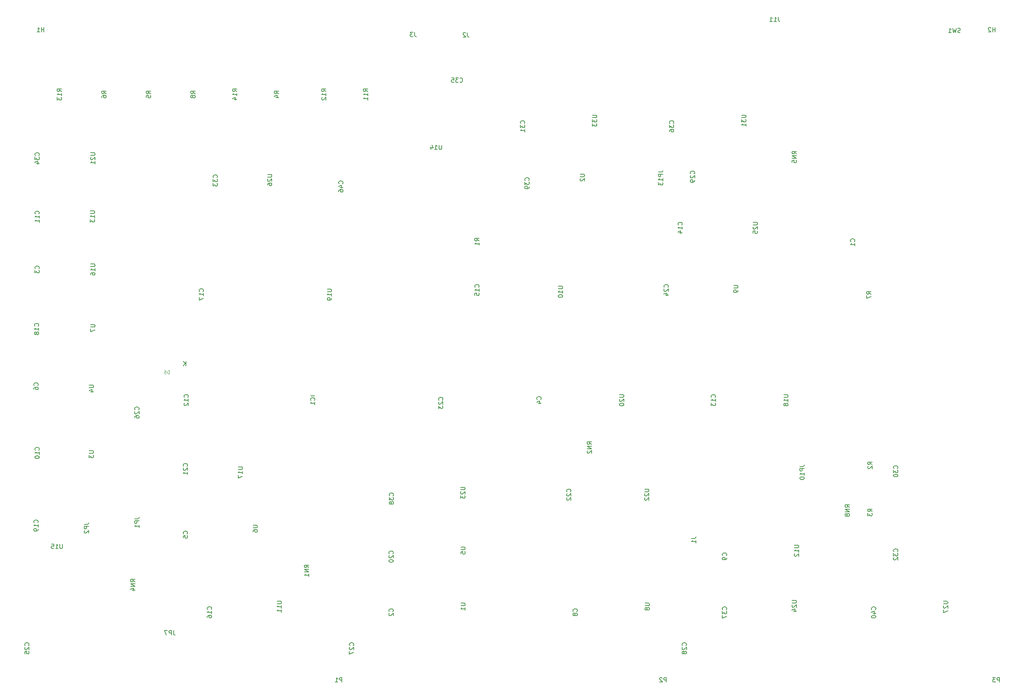
<source format=gbr>
%TF.GenerationSoftware,KiCad,Pcbnew,(6.0.11)*%
%TF.CreationDate,2023-12-18T18:02:58-06:00*%
%TF.ProjectId,processor.65816,70726f63-6573-4736-9f72-2e3635383136,v1.00*%
%TF.SameCoordinates,Original*%
%TF.FileFunction,Legend,Bot*%
%TF.FilePolarity,Positive*%
%FSLAX46Y46*%
G04 Gerber Fmt 4.6, Leading zero omitted, Abs format (unit mm)*
G04 Created by KiCad (PCBNEW (6.0.11)) date 2023-12-18 18:02:58*
%MOMM*%
%LPD*%
G01*
G04 APERTURE LIST*
%ADD10C,0.150000*%
%ADD11C,0.120000*%
G04 APERTURE END LIST*
D10*
%TO.C,P1*%
X112738095Y-226452380D02*
X112738095Y-225452380D01*
X112357142Y-225452380D01*
X112261904Y-225500000D01*
X112214285Y-225547619D01*
X112166666Y-225642857D01*
X112166666Y-225785714D01*
X112214285Y-225880952D01*
X112261904Y-225928571D01*
X112357142Y-225976190D01*
X112738095Y-225976190D01*
X111214285Y-226452380D02*
X111785714Y-226452380D01*
X111500000Y-226452380D02*
X111500000Y-225452380D01*
X111595238Y-225595238D01*
X111690476Y-225690476D01*
X111785714Y-225738095D01*
%TO.C,C2*%
X124357142Y-210333333D02*
X124404761Y-210285714D01*
X124452380Y-210142857D01*
X124452380Y-210047619D01*
X124404761Y-209904761D01*
X124309523Y-209809523D01*
X124214285Y-209761904D01*
X124023809Y-209714285D01*
X123880952Y-209714285D01*
X123690476Y-209761904D01*
X123595238Y-209809523D01*
X123500000Y-209904761D01*
X123452380Y-210047619D01*
X123452380Y-210142857D01*
X123500000Y-210285714D01*
X123547619Y-210333333D01*
X123547619Y-210714285D02*
X123500000Y-210761904D01*
X123452380Y-210857142D01*
X123452380Y-211095238D01*
X123500000Y-211190476D01*
X123547619Y-211238095D01*
X123642857Y-211285714D01*
X123738095Y-211285714D01*
X123880952Y-211238095D01*
X124452380Y-210666666D01*
X124452380Y-211285714D01*
%TO.C,C3*%
X43612142Y-132043333D02*
X43659761Y-131995714D01*
X43707380Y-131852857D01*
X43707380Y-131757619D01*
X43659761Y-131614761D01*
X43564523Y-131519523D01*
X43469285Y-131471904D01*
X43278809Y-131424285D01*
X43135952Y-131424285D01*
X42945476Y-131471904D01*
X42850238Y-131519523D01*
X42755000Y-131614761D01*
X42707380Y-131757619D01*
X42707380Y-131852857D01*
X42755000Y-131995714D01*
X42802619Y-132043333D01*
X42707380Y-132376666D02*
X42707380Y-132995714D01*
X43088333Y-132662380D01*
X43088333Y-132805238D01*
X43135952Y-132900476D01*
X43183571Y-132948095D01*
X43278809Y-132995714D01*
X43516904Y-132995714D01*
X43612142Y-132948095D01*
X43659761Y-132900476D01*
X43707380Y-132805238D01*
X43707380Y-132519523D01*
X43659761Y-132424285D01*
X43612142Y-132376666D01*
%TO.C,C4*%
X158107142Y-161883333D02*
X158154761Y-161835714D01*
X158202380Y-161692857D01*
X158202380Y-161597619D01*
X158154761Y-161454761D01*
X158059523Y-161359523D01*
X157964285Y-161311904D01*
X157773809Y-161264285D01*
X157630952Y-161264285D01*
X157440476Y-161311904D01*
X157345238Y-161359523D01*
X157250000Y-161454761D01*
X157202380Y-161597619D01*
X157202380Y-161692857D01*
X157250000Y-161835714D01*
X157297619Y-161883333D01*
X157535714Y-162740476D02*
X158202380Y-162740476D01*
X157154761Y-162502380D02*
X157869047Y-162264285D01*
X157869047Y-162883333D01*
%TO.C,C5*%
X77432142Y-192633333D02*
X77479761Y-192585714D01*
X77527380Y-192442857D01*
X77527380Y-192347619D01*
X77479761Y-192204761D01*
X77384523Y-192109523D01*
X77289285Y-192061904D01*
X77098809Y-192014285D01*
X76955952Y-192014285D01*
X76765476Y-192061904D01*
X76670238Y-192109523D01*
X76575000Y-192204761D01*
X76527380Y-192347619D01*
X76527380Y-192442857D01*
X76575000Y-192585714D01*
X76622619Y-192633333D01*
X76527380Y-193538095D02*
X76527380Y-193061904D01*
X77003571Y-193014285D01*
X76955952Y-193061904D01*
X76908333Y-193157142D01*
X76908333Y-193395238D01*
X76955952Y-193490476D01*
X77003571Y-193538095D01*
X77098809Y-193585714D01*
X77336904Y-193585714D01*
X77432142Y-193538095D01*
X77479761Y-193490476D01*
X77527380Y-193395238D01*
X77527380Y-193157142D01*
X77479761Y-193061904D01*
X77432142Y-193014285D01*
%TO.C,C6*%
X43357142Y-158713333D02*
X43404761Y-158665714D01*
X43452380Y-158522857D01*
X43452380Y-158427619D01*
X43404761Y-158284761D01*
X43309523Y-158189523D01*
X43214285Y-158141904D01*
X43023809Y-158094285D01*
X42880952Y-158094285D01*
X42690476Y-158141904D01*
X42595238Y-158189523D01*
X42500000Y-158284761D01*
X42452380Y-158427619D01*
X42452380Y-158522857D01*
X42500000Y-158665714D01*
X42547619Y-158713333D01*
X42452380Y-159570476D02*
X42452380Y-159380000D01*
X42500000Y-159284761D01*
X42547619Y-159237142D01*
X42690476Y-159141904D01*
X42880952Y-159094285D01*
X43261904Y-159094285D01*
X43357142Y-159141904D01*
X43404761Y-159189523D01*
X43452380Y-159284761D01*
X43452380Y-159475238D01*
X43404761Y-159570476D01*
X43357142Y-159618095D01*
X43261904Y-159665714D01*
X43023809Y-159665714D01*
X42928571Y-159618095D01*
X42880952Y-159570476D01*
X42833333Y-159475238D01*
X42833333Y-159284761D01*
X42880952Y-159189523D01*
X42928571Y-159141904D01*
X43023809Y-159094285D01*
%TO.C,C8*%
X166357142Y-210333333D02*
X166404761Y-210285714D01*
X166452380Y-210142857D01*
X166452380Y-210047619D01*
X166404761Y-209904761D01*
X166309523Y-209809523D01*
X166214285Y-209761904D01*
X166023809Y-209714285D01*
X165880952Y-209714285D01*
X165690476Y-209761904D01*
X165595238Y-209809523D01*
X165500000Y-209904761D01*
X165452380Y-210047619D01*
X165452380Y-210142857D01*
X165500000Y-210285714D01*
X165547619Y-210333333D01*
X165880952Y-210904761D02*
X165833333Y-210809523D01*
X165785714Y-210761904D01*
X165690476Y-210714285D01*
X165642857Y-210714285D01*
X165547619Y-210761904D01*
X165500000Y-210809523D01*
X165452380Y-210904761D01*
X165452380Y-211095238D01*
X165500000Y-211190476D01*
X165547619Y-211238095D01*
X165642857Y-211285714D01*
X165690476Y-211285714D01*
X165785714Y-211238095D01*
X165833333Y-211190476D01*
X165880952Y-211095238D01*
X165880952Y-210904761D01*
X165928571Y-210809523D01*
X165976190Y-210761904D01*
X166071428Y-210714285D01*
X166261904Y-210714285D01*
X166357142Y-210761904D01*
X166404761Y-210809523D01*
X166452380Y-210904761D01*
X166452380Y-211095238D01*
X166404761Y-211190476D01*
X166357142Y-211238095D01*
X166261904Y-211285714D01*
X166071428Y-211285714D01*
X165976190Y-211238095D01*
X165928571Y-211190476D01*
X165880952Y-211095238D01*
%TO.C,C9*%
X200432142Y-197583333D02*
X200479761Y-197535714D01*
X200527380Y-197392857D01*
X200527380Y-197297619D01*
X200479761Y-197154761D01*
X200384523Y-197059523D01*
X200289285Y-197011904D01*
X200098809Y-196964285D01*
X199955952Y-196964285D01*
X199765476Y-197011904D01*
X199670238Y-197059523D01*
X199575000Y-197154761D01*
X199527380Y-197297619D01*
X199527380Y-197392857D01*
X199575000Y-197535714D01*
X199622619Y-197583333D01*
X200527380Y-198059523D02*
X200527380Y-198250000D01*
X200479761Y-198345238D01*
X200432142Y-198392857D01*
X200289285Y-198488095D01*
X200098809Y-198535714D01*
X199717857Y-198535714D01*
X199622619Y-198488095D01*
X199575000Y-198440476D01*
X199527380Y-198345238D01*
X199527380Y-198154761D01*
X199575000Y-198059523D01*
X199622619Y-198011904D01*
X199717857Y-197964285D01*
X199955952Y-197964285D01*
X200051190Y-198011904D01*
X200098809Y-198059523D01*
X200146428Y-198154761D01*
X200146428Y-198345238D01*
X200098809Y-198440476D01*
X200051190Y-198488095D01*
X199955952Y-198535714D01*
%TO.C,C10*%
X43612142Y-173477142D02*
X43659761Y-173429523D01*
X43707380Y-173286666D01*
X43707380Y-173191428D01*
X43659761Y-173048571D01*
X43564523Y-172953333D01*
X43469285Y-172905714D01*
X43278809Y-172858095D01*
X43135952Y-172858095D01*
X42945476Y-172905714D01*
X42850238Y-172953333D01*
X42755000Y-173048571D01*
X42707380Y-173191428D01*
X42707380Y-173286666D01*
X42755000Y-173429523D01*
X42802619Y-173477142D01*
X43707380Y-174429523D02*
X43707380Y-173858095D01*
X43707380Y-174143809D02*
X42707380Y-174143809D01*
X42850238Y-174048571D01*
X42945476Y-173953333D01*
X42993095Y-173858095D01*
X42707380Y-175048571D02*
X42707380Y-175143809D01*
X42755000Y-175239047D01*
X42802619Y-175286666D01*
X42897857Y-175334285D01*
X43088333Y-175381904D01*
X43326428Y-175381904D01*
X43516904Y-175334285D01*
X43612142Y-175286666D01*
X43659761Y-175239047D01*
X43707380Y-175143809D01*
X43707380Y-175048571D01*
X43659761Y-174953333D01*
X43612142Y-174905714D01*
X43516904Y-174858095D01*
X43326428Y-174810476D01*
X43088333Y-174810476D01*
X42897857Y-174858095D01*
X42802619Y-174905714D01*
X42755000Y-174953333D01*
X42707380Y-175048571D01*
%TO.C,C11*%
X43612142Y-119502142D02*
X43659761Y-119454523D01*
X43707380Y-119311666D01*
X43707380Y-119216428D01*
X43659761Y-119073571D01*
X43564523Y-118978333D01*
X43469285Y-118930714D01*
X43278809Y-118883095D01*
X43135952Y-118883095D01*
X42945476Y-118930714D01*
X42850238Y-118978333D01*
X42755000Y-119073571D01*
X42707380Y-119216428D01*
X42707380Y-119311666D01*
X42755000Y-119454523D01*
X42802619Y-119502142D01*
X43707380Y-120454523D02*
X43707380Y-119883095D01*
X43707380Y-120168809D02*
X42707380Y-120168809D01*
X42850238Y-120073571D01*
X42945476Y-119978333D01*
X42993095Y-119883095D01*
X43707380Y-121406904D02*
X43707380Y-120835476D01*
X43707380Y-121121190D02*
X42707380Y-121121190D01*
X42850238Y-121025952D01*
X42945476Y-120930714D01*
X42993095Y-120835476D01*
%TO.C,C14*%
X190297142Y-122042142D02*
X190344761Y-121994523D01*
X190392380Y-121851666D01*
X190392380Y-121756428D01*
X190344761Y-121613571D01*
X190249523Y-121518333D01*
X190154285Y-121470714D01*
X189963809Y-121423095D01*
X189820952Y-121423095D01*
X189630476Y-121470714D01*
X189535238Y-121518333D01*
X189440000Y-121613571D01*
X189392380Y-121756428D01*
X189392380Y-121851666D01*
X189440000Y-121994523D01*
X189487619Y-122042142D01*
X190392380Y-122994523D02*
X190392380Y-122423095D01*
X190392380Y-122708809D02*
X189392380Y-122708809D01*
X189535238Y-122613571D01*
X189630476Y-122518333D01*
X189678095Y-122423095D01*
X189725714Y-123851666D02*
X190392380Y-123851666D01*
X189344761Y-123613571D02*
X190059047Y-123375476D01*
X190059047Y-123994523D01*
%TO.C,C15*%
X143957142Y-136257142D02*
X144004761Y-136209523D01*
X144052380Y-136066666D01*
X144052380Y-135971428D01*
X144004761Y-135828571D01*
X143909523Y-135733333D01*
X143814285Y-135685714D01*
X143623809Y-135638095D01*
X143480952Y-135638095D01*
X143290476Y-135685714D01*
X143195238Y-135733333D01*
X143100000Y-135828571D01*
X143052380Y-135971428D01*
X143052380Y-136066666D01*
X143100000Y-136209523D01*
X143147619Y-136257142D01*
X144052380Y-137209523D02*
X144052380Y-136638095D01*
X144052380Y-136923809D02*
X143052380Y-136923809D01*
X143195238Y-136828571D01*
X143290476Y-136733333D01*
X143338095Y-136638095D01*
X143052380Y-138114285D02*
X143052380Y-137638095D01*
X143528571Y-137590476D01*
X143480952Y-137638095D01*
X143433333Y-137733333D01*
X143433333Y-137971428D01*
X143480952Y-138066666D01*
X143528571Y-138114285D01*
X143623809Y-138161904D01*
X143861904Y-138161904D01*
X143957142Y-138114285D01*
X144004761Y-138066666D01*
X144052380Y-137971428D01*
X144052380Y-137733333D01*
X144004761Y-137638095D01*
X143957142Y-137590476D01*
%TO.C,C25*%
X41286742Y-218107142D02*
X41334361Y-218059523D01*
X41381980Y-217916666D01*
X41381980Y-217821428D01*
X41334361Y-217678571D01*
X41239123Y-217583333D01*
X41143885Y-217535714D01*
X40953409Y-217488095D01*
X40810552Y-217488095D01*
X40620076Y-217535714D01*
X40524838Y-217583333D01*
X40429600Y-217678571D01*
X40381980Y-217821428D01*
X40381980Y-217916666D01*
X40429600Y-218059523D01*
X40477219Y-218107142D01*
X40477219Y-218488095D02*
X40429600Y-218535714D01*
X40381980Y-218630952D01*
X40381980Y-218869047D01*
X40429600Y-218964285D01*
X40477219Y-219011904D01*
X40572457Y-219059523D01*
X40667695Y-219059523D01*
X40810552Y-219011904D01*
X41381980Y-218440476D01*
X41381980Y-219059523D01*
X40381980Y-219964285D02*
X40381980Y-219488095D01*
X40858171Y-219440476D01*
X40810552Y-219488095D01*
X40762933Y-219583333D01*
X40762933Y-219821428D01*
X40810552Y-219916666D01*
X40858171Y-219964285D01*
X40953409Y-220011904D01*
X41191504Y-220011904D01*
X41286742Y-219964285D01*
X41334361Y-219916666D01*
X41381980Y-219821428D01*
X41381980Y-219583333D01*
X41334361Y-219488095D01*
X41286742Y-219440476D01*
%TO.C,C26*%
X66377042Y-164257142D02*
X66424661Y-164209523D01*
X66472280Y-164066666D01*
X66472280Y-163971428D01*
X66424661Y-163828571D01*
X66329423Y-163733333D01*
X66234185Y-163685714D01*
X66043709Y-163638095D01*
X65900852Y-163638095D01*
X65710376Y-163685714D01*
X65615138Y-163733333D01*
X65519900Y-163828571D01*
X65472280Y-163971428D01*
X65472280Y-164066666D01*
X65519900Y-164209523D01*
X65567519Y-164257142D01*
X65567519Y-164638095D02*
X65519900Y-164685714D01*
X65472280Y-164780952D01*
X65472280Y-165019047D01*
X65519900Y-165114285D01*
X65567519Y-165161904D01*
X65662757Y-165209523D01*
X65757995Y-165209523D01*
X65900852Y-165161904D01*
X66472280Y-164590476D01*
X66472280Y-165209523D01*
X65472280Y-166066666D02*
X65472280Y-165876190D01*
X65519900Y-165780952D01*
X65567519Y-165733333D01*
X65710376Y-165638095D01*
X65900852Y-165590476D01*
X66281804Y-165590476D01*
X66377042Y-165638095D01*
X66424661Y-165685714D01*
X66472280Y-165780952D01*
X66472280Y-165971428D01*
X66424661Y-166066666D01*
X66377042Y-166114285D01*
X66281804Y-166161904D01*
X66043709Y-166161904D01*
X65948471Y-166114285D01*
X65900852Y-166066666D01*
X65853233Y-165971428D01*
X65853233Y-165780952D01*
X65900852Y-165685714D01*
X65948471Y-165638095D01*
X66043709Y-165590476D01*
%TO.C,C17*%
X81077142Y-137247142D02*
X81124761Y-137199523D01*
X81172380Y-137056666D01*
X81172380Y-136961428D01*
X81124761Y-136818571D01*
X81029523Y-136723333D01*
X80934285Y-136675714D01*
X80743809Y-136628095D01*
X80600952Y-136628095D01*
X80410476Y-136675714D01*
X80315238Y-136723333D01*
X80220000Y-136818571D01*
X80172380Y-136961428D01*
X80172380Y-137056666D01*
X80220000Y-137199523D01*
X80267619Y-137247142D01*
X81172380Y-138199523D02*
X81172380Y-137628095D01*
X81172380Y-137913809D02*
X80172380Y-137913809D01*
X80315238Y-137818571D01*
X80410476Y-137723333D01*
X80458095Y-137628095D01*
X80172380Y-138532857D02*
X80172380Y-139199523D01*
X81172380Y-138770952D01*
%TO.C,C20*%
X124357142Y-197157142D02*
X124404761Y-197109523D01*
X124452380Y-196966666D01*
X124452380Y-196871428D01*
X124404761Y-196728571D01*
X124309523Y-196633333D01*
X124214285Y-196585714D01*
X124023809Y-196538095D01*
X123880952Y-196538095D01*
X123690476Y-196585714D01*
X123595238Y-196633333D01*
X123500000Y-196728571D01*
X123452380Y-196871428D01*
X123452380Y-196966666D01*
X123500000Y-197109523D01*
X123547619Y-197157142D01*
X123547619Y-197538095D02*
X123500000Y-197585714D01*
X123452380Y-197680952D01*
X123452380Y-197919047D01*
X123500000Y-198014285D01*
X123547619Y-198061904D01*
X123642857Y-198109523D01*
X123738095Y-198109523D01*
X123880952Y-198061904D01*
X124452380Y-197490476D01*
X124452380Y-198109523D01*
X123452380Y-198728571D02*
X123452380Y-198823809D01*
X123500000Y-198919047D01*
X123547619Y-198966666D01*
X123642857Y-199014285D01*
X123833333Y-199061904D01*
X124071428Y-199061904D01*
X124261904Y-199014285D01*
X124357142Y-198966666D01*
X124404761Y-198919047D01*
X124452380Y-198823809D01*
X124452380Y-198728571D01*
X124404761Y-198633333D01*
X124357142Y-198585714D01*
X124261904Y-198538095D01*
X124071428Y-198490476D01*
X123833333Y-198490476D01*
X123642857Y-198538095D01*
X123547619Y-198585714D01*
X123500000Y-198633333D01*
X123452380Y-198728571D01*
%TO.C,C21*%
X77432142Y-177157142D02*
X77479761Y-177109523D01*
X77527380Y-176966666D01*
X77527380Y-176871428D01*
X77479761Y-176728571D01*
X77384523Y-176633333D01*
X77289285Y-176585714D01*
X77098809Y-176538095D01*
X76955952Y-176538095D01*
X76765476Y-176585714D01*
X76670238Y-176633333D01*
X76575000Y-176728571D01*
X76527380Y-176871428D01*
X76527380Y-176966666D01*
X76575000Y-177109523D01*
X76622619Y-177157142D01*
X76622619Y-177538095D02*
X76575000Y-177585714D01*
X76527380Y-177680952D01*
X76527380Y-177919047D01*
X76575000Y-178014285D01*
X76622619Y-178061904D01*
X76717857Y-178109523D01*
X76813095Y-178109523D01*
X76955952Y-178061904D01*
X77527380Y-177490476D01*
X77527380Y-178109523D01*
X77527380Y-179061904D02*
X77527380Y-178490476D01*
X77527380Y-178776190D02*
X76527380Y-178776190D01*
X76670238Y-178680952D01*
X76765476Y-178585714D01*
X76813095Y-178490476D01*
%TO.C,C22*%
X164897142Y-183002142D02*
X164944761Y-182954523D01*
X164992380Y-182811666D01*
X164992380Y-182716428D01*
X164944761Y-182573571D01*
X164849523Y-182478333D01*
X164754285Y-182430714D01*
X164563809Y-182383095D01*
X164420952Y-182383095D01*
X164230476Y-182430714D01*
X164135238Y-182478333D01*
X164040000Y-182573571D01*
X163992380Y-182716428D01*
X163992380Y-182811666D01*
X164040000Y-182954523D01*
X164087619Y-183002142D01*
X164087619Y-183383095D02*
X164040000Y-183430714D01*
X163992380Y-183525952D01*
X163992380Y-183764047D01*
X164040000Y-183859285D01*
X164087619Y-183906904D01*
X164182857Y-183954523D01*
X164278095Y-183954523D01*
X164420952Y-183906904D01*
X164992380Y-183335476D01*
X164992380Y-183954523D01*
X164087619Y-184335476D02*
X164040000Y-184383095D01*
X163992380Y-184478333D01*
X163992380Y-184716428D01*
X164040000Y-184811666D01*
X164087619Y-184859285D01*
X164182857Y-184906904D01*
X164278095Y-184906904D01*
X164420952Y-184859285D01*
X164992380Y-184287857D01*
X164992380Y-184906904D01*
%TO.C,C23*%
X135687142Y-162047142D02*
X135734761Y-161999523D01*
X135782380Y-161856666D01*
X135782380Y-161761428D01*
X135734761Y-161618571D01*
X135639523Y-161523333D01*
X135544285Y-161475714D01*
X135353809Y-161428095D01*
X135210952Y-161428095D01*
X135020476Y-161475714D01*
X134925238Y-161523333D01*
X134830000Y-161618571D01*
X134782380Y-161761428D01*
X134782380Y-161856666D01*
X134830000Y-161999523D01*
X134877619Y-162047142D01*
X134877619Y-162428095D02*
X134830000Y-162475714D01*
X134782380Y-162570952D01*
X134782380Y-162809047D01*
X134830000Y-162904285D01*
X134877619Y-162951904D01*
X134972857Y-162999523D01*
X135068095Y-162999523D01*
X135210952Y-162951904D01*
X135782380Y-162380476D01*
X135782380Y-162999523D01*
X134782380Y-163332857D02*
X134782380Y-163951904D01*
X135163333Y-163618571D01*
X135163333Y-163761428D01*
X135210952Y-163856666D01*
X135258571Y-163904285D01*
X135353809Y-163951904D01*
X135591904Y-163951904D01*
X135687142Y-163904285D01*
X135734761Y-163856666D01*
X135782380Y-163761428D01*
X135782380Y-163475714D01*
X135734761Y-163380476D01*
X135687142Y-163332857D01*
%TO.C,C27*%
X115357142Y-218107142D02*
X115404761Y-218059523D01*
X115452380Y-217916666D01*
X115452380Y-217821428D01*
X115404761Y-217678571D01*
X115309523Y-217583333D01*
X115214285Y-217535714D01*
X115023809Y-217488095D01*
X114880952Y-217488095D01*
X114690476Y-217535714D01*
X114595238Y-217583333D01*
X114500000Y-217678571D01*
X114452380Y-217821428D01*
X114452380Y-217916666D01*
X114500000Y-218059523D01*
X114547619Y-218107142D01*
X114547619Y-218488095D02*
X114500000Y-218535714D01*
X114452380Y-218630952D01*
X114452380Y-218869047D01*
X114500000Y-218964285D01*
X114547619Y-219011904D01*
X114642857Y-219059523D01*
X114738095Y-219059523D01*
X114880952Y-219011904D01*
X115452380Y-218440476D01*
X115452380Y-219059523D01*
X114452380Y-219392857D02*
X114452380Y-220059523D01*
X115452380Y-219630952D01*
%TO.C,C28*%
X191241842Y-218107142D02*
X191289461Y-218059523D01*
X191337080Y-217916666D01*
X191337080Y-217821428D01*
X191289461Y-217678571D01*
X191194223Y-217583333D01*
X191098985Y-217535714D01*
X190908509Y-217488095D01*
X190765652Y-217488095D01*
X190575176Y-217535714D01*
X190479938Y-217583333D01*
X190384700Y-217678571D01*
X190337080Y-217821428D01*
X190337080Y-217916666D01*
X190384700Y-218059523D01*
X190432319Y-218107142D01*
X190432319Y-218488095D02*
X190384700Y-218535714D01*
X190337080Y-218630952D01*
X190337080Y-218869047D01*
X190384700Y-218964285D01*
X190432319Y-219011904D01*
X190527557Y-219059523D01*
X190622795Y-219059523D01*
X190765652Y-219011904D01*
X191337080Y-218440476D01*
X191337080Y-219059523D01*
X190765652Y-219630952D02*
X190718033Y-219535714D01*
X190670414Y-219488095D01*
X190575176Y-219440476D01*
X190527557Y-219440476D01*
X190432319Y-219488095D01*
X190384700Y-219535714D01*
X190337080Y-219630952D01*
X190337080Y-219821428D01*
X190384700Y-219916666D01*
X190432319Y-219964285D01*
X190527557Y-220011904D01*
X190575176Y-220011904D01*
X190670414Y-219964285D01*
X190718033Y-219916666D01*
X190765652Y-219821428D01*
X190765652Y-219630952D01*
X190813271Y-219535714D01*
X190860890Y-219488095D01*
X190956128Y-219440476D01*
X191146604Y-219440476D01*
X191241842Y-219488095D01*
X191289461Y-219535714D01*
X191337080Y-219630952D01*
X191337080Y-219821428D01*
X191289461Y-219916666D01*
X191241842Y-219964285D01*
X191146604Y-220011904D01*
X190956128Y-220011904D01*
X190860890Y-219964285D01*
X190813271Y-219916666D01*
X190765652Y-219821428D01*
%TO.C,C29*%
X193107154Y-110357142D02*
X193154773Y-110309523D01*
X193202392Y-110166666D01*
X193202392Y-110071428D01*
X193154773Y-109928571D01*
X193059535Y-109833333D01*
X192964297Y-109785714D01*
X192773821Y-109738095D01*
X192630964Y-109738095D01*
X192440488Y-109785714D01*
X192345250Y-109833333D01*
X192250012Y-109928571D01*
X192202392Y-110071428D01*
X192202392Y-110166666D01*
X192250012Y-110309523D01*
X192297631Y-110357142D01*
X192297631Y-110738095D02*
X192250012Y-110785714D01*
X192202392Y-110880952D01*
X192202392Y-111119047D01*
X192250012Y-111214285D01*
X192297631Y-111261904D01*
X192392869Y-111309523D01*
X192488107Y-111309523D01*
X192630964Y-111261904D01*
X193202392Y-110690476D01*
X193202392Y-111309523D01*
X193202392Y-111785714D02*
X193202392Y-111976190D01*
X193154773Y-112071428D01*
X193107154Y-112119047D01*
X192964297Y-112214285D01*
X192773821Y-112261904D01*
X192392869Y-112261904D01*
X192297631Y-112214285D01*
X192250012Y-112166666D01*
X192202392Y-112071428D01*
X192202392Y-111880952D01*
X192250012Y-111785714D01*
X192297631Y-111738095D01*
X192392869Y-111690476D01*
X192630964Y-111690476D01*
X192726202Y-111738095D01*
X192773821Y-111785714D01*
X192821440Y-111880952D01*
X192821440Y-112071428D01*
X192773821Y-112166666D01*
X192726202Y-112214285D01*
X192630964Y-112261904D01*
D11*
%TO.C,D6*%
X73390476Y-156066904D02*
X73390476Y-155266904D01*
X73200000Y-155266904D01*
X73085714Y-155305000D01*
X73009523Y-155381190D01*
X72971428Y-155457380D01*
X72933333Y-155609761D01*
X72933333Y-155724047D01*
X72971428Y-155876428D01*
X73009523Y-155952619D01*
X73085714Y-156028809D01*
X73200000Y-156066904D01*
X73390476Y-156066904D01*
X72247619Y-155266904D02*
X72400000Y-155266904D01*
X72476190Y-155305000D01*
X72514285Y-155343095D01*
X72590476Y-155457380D01*
X72628571Y-155609761D01*
X72628571Y-155914523D01*
X72590476Y-155990714D01*
X72552380Y-156028809D01*
X72476190Y-156066904D01*
X72323809Y-156066904D01*
X72247619Y-156028809D01*
X72209523Y-155990714D01*
X72171428Y-155914523D01*
X72171428Y-155724047D01*
X72209523Y-155647857D01*
X72247619Y-155609761D01*
X72323809Y-155571666D01*
X72476190Y-155571666D01*
X72552380Y-155609761D01*
X72590476Y-155647857D01*
X72628571Y-155724047D01*
D10*
X77171904Y-154202380D02*
X77171904Y-153202380D01*
X76600476Y-154202380D02*
X77029047Y-153630952D01*
X76600476Y-153202380D02*
X77171904Y-153773809D01*
%TO.C,R5*%
X69107380Y-92038333D02*
X68631190Y-91705000D01*
X69107380Y-91466904D02*
X68107380Y-91466904D01*
X68107380Y-91847857D01*
X68155000Y-91943095D01*
X68202619Y-91990714D01*
X68297857Y-92038333D01*
X68440714Y-92038333D01*
X68535952Y-91990714D01*
X68583571Y-91943095D01*
X68631190Y-91847857D01*
X68631190Y-91466904D01*
X68107380Y-92943095D02*
X68107380Y-92466904D01*
X68583571Y-92419285D01*
X68535952Y-92466904D01*
X68488333Y-92562142D01*
X68488333Y-92800238D01*
X68535952Y-92895476D01*
X68583571Y-92943095D01*
X68678809Y-92990714D01*
X68916904Y-92990714D01*
X69012142Y-92943095D01*
X69059761Y-92895476D01*
X69107380Y-92800238D01*
X69107380Y-92562142D01*
X69059761Y-92466904D01*
X69012142Y-92419285D01*
%TO.C,R6*%
X58947380Y-92038333D02*
X58471190Y-91705000D01*
X58947380Y-91466904D02*
X57947380Y-91466904D01*
X57947380Y-91847857D01*
X57995000Y-91943095D01*
X58042619Y-91990714D01*
X58137857Y-92038333D01*
X58280714Y-92038333D01*
X58375952Y-91990714D01*
X58423571Y-91943095D01*
X58471190Y-91847857D01*
X58471190Y-91466904D01*
X57947380Y-92895476D02*
X57947380Y-92705000D01*
X57995000Y-92609761D01*
X58042619Y-92562142D01*
X58185476Y-92466904D01*
X58375952Y-92419285D01*
X58756904Y-92419285D01*
X58852142Y-92466904D01*
X58899761Y-92514523D01*
X58947380Y-92609761D01*
X58947380Y-92800238D01*
X58899761Y-92895476D01*
X58852142Y-92943095D01*
X58756904Y-92990714D01*
X58518809Y-92990714D01*
X58423571Y-92943095D01*
X58375952Y-92895476D01*
X58328333Y-92800238D01*
X58328333Y-92609761D01*
X58375952Y-92514523D01*
X58423571Y-92466904D01*
X58518809Y-92419285D01*
%TO.C,U4*%
X55072380Y-158628095D02*
X55881904Y-158628095D01*
X55977142Y-158675714D01*
X56024761Y-158723333D01*
X56072380Y-158818571D01*
X56072380Y-159009047D01*
X56024761Y-159104285D01*
X55977142Y-159151904D01*
X55881904Y-159199523D01*
X55072380Y-159199523D01*
X55405714Y-160104285D02*
X56072380Y-160104285D01*
X55024761Y-159866190D02*
X55739047Y-159628095D01*
X55739047Y-160247142D01*
%TO.C,U5*%
X139857380Y-195628095D02*
X140666904Y-195628095D01*
X140762142Y-195675714D01*
X140809761Y-195723333D01*
X140857380Y-195818571D01*
X140857380Y-196009047D01*
X140809761Y-196104285D01*
X140762142Y-196151904D01*
X140666904Y-196199523D01*
X139857380Y-196199523D01*
X139857380Y-197151904D02*
X139857380Y-196675714D01*
X140333571Y-196628095D01*
X140285952Y-196675714D01*
X140238333Y-196770952D01*
X140238333Y-197009047D01*
X140285952Y-197104285D01*
X140333571Y-197151904D01*
X140428809Y-197199523D01*
X140666904Y-197199523D01*
X140762142Y-197151904D01*
X140809761Y-197104285D01*
X140857380Y-197009047D01*
X140857380Y-196770952D01*
X140809761Y-196675714D01*
X140762142Y-196628095D01*
%TO.C,U6*%
X92457380Y-190628095D02*
X93266904Y-190628095D01*
X93362142Y-190675714D01*
X93409761Y-190723333D01*
X93457380Y-190818571D01*
X93457380Y-191009047D01*
X93409761Y-191104285D01*
X93362142Y-191151904D01*
X93266904Y-191199523D01*
X92457380Y-191199523D01*
X92457380Y-192104285D02*
X92457380Y-191913809D01*
X92505000Y-191818571D01*
X92552619Y-191770952D01*
X92695476Y-191675714D01*
X92885952Y-191628095D01*
X93266904Y-191628095D01*
X93362142Y-191675714D01*
X93409761Y-191723333D01*
X93457380Y-191818571D01*
X93457380Y-192009047D01*
X93409761Y-192104285D01*
X93362142Y-192151904D01*
X93266904Y-192199523D01*
X93028809Y-192199523D01*
X92933571Y-192151904D01*
X92885952Y-192104285D01*
X92838333Y-192009047D01*
X92838333Y-191818571D01*
X92885952Y-191723333D01*
X92933571Y-191675714D01*
X93028809Y-191628095D01*
%TO.C,U8*%
X181882380Y-208428095D02*
X182691904Y-208428095D01*
X182787142Y-208475714D01*
X182834761Y-208523333D01*
X182882380Y-208618571D01*
X182882380Y-208809047D01*
X182834761Y-208904285D01*
X182787142Y-208951904D01*
X182691904Y-208999523D01*
X181882380Y-208999523D01*
X182310952Y-209618571D02*
X182263333Y-209523333D01*
X182215714Y-209475714D01*
X182120476Y-209428095D01*
X182072857Y-209428095D01*
X181977619Y-209475714D01*
X181930000Y-209523333D01*
X181882380Y-209618571D01*
X181882380Y-209809047D01*
X181930000Y-209904285D01*
X181977619Y-209951904D01*
X182072857Y-209999523D01*
X182120476Y-209999523D01*
X182215714Y-209951904D01*
X182263333Y-209904285D01*
X182310952Y-209809047D01*
X182310952Y-209618571D01*
X182358571Y-209523333D01*
X182406190Y-209475714D01*
X182501428Y-209428095D01*
X182691904Y-209428095D01*
X182787142Y-209475714D01*
X182834761Y-209523333D01*
X182882380Y-209618571D01*
X182882380Y-209809047D01*
X182834761Y-209904285D01*
X182787142Y-209951904D01*
X182691904Y-209999523D01*
X182501428Y-209999523D01*
X182406190Y-209951904D01*
X182358571Y-209904285D01*
X182310952Y-209809047D01*
%TO.C,U15*%
X48988095Y-194952380D02*
X48988095Y-195761904D01*
X48940476Y-195857142D01*
X48892857Y-195904761D01*
X48797619Y-195952380D01*
X48607142Y-195952380D01*
X48511904Y-195904761D01*
X48464285Y-195857142D01*
X48416666Y-195761904D01*
X48416666Y-194952380D01*
X47416666Y-195952380D02*
X47988095Y-195952380D01*
X47702380Y-195952380D02*
X47702380Y-194952380D01*
X47797619Y-195095238D01*
X47892857Y-195190476D01*
X47988095Y-195238095D01*
X46511904Y-194952380D02*
X46988095Y-194952380D01*
X47035714Y-195428571D01*
X46988095Y-195380952D01*
X46892857Y-195333333D01*
X46654761Y-195333333D01*
X46559523Y-195380952D01*
X46511904Y-195428571D01*
X46464285Y-195523809D01*
X46464285Y-195761904D01*
X46511904Y-195857142D01*
X46559523Y-195904761D01*
X46654761Y-195952380D01*
X46892857Y-195952380D01*
X46988095Y-195904761D01*
X47035714Y-195857142D01*
%TO.C,U1*%
X139857380Y-208428095D02*
X140666904Y-208428095D01*
X140762142Y-208475714D01*
X140809761Y-208523333D01*
X140857380Y-208618571D01*
X140857380Y-208809047D01*
X140809761Y-208904285D01*
X140762142Y-208951904D01*
X140666904Y-208999523D01*
X139857380Y-208999523D01*
X140857380Y-209999523D02*
X140857380Y-209428095D01*
X140857380Y-209713809D02*
X139857380Y-209713809D01*
X140000238Y-209618571D01*
X140095476Y-209523333D01*
X140143095Y-209428095D01*
%TO.C,P2*%
X186738095Y-226452380D02*
X186738095Y-225452380D01*
X186357142Y-225452380D01*
X186261904Y-225500000D01*
X186214285Y-225547619D01*
X186166666Y-225642857D01*
X186166666Y-225785714D01*
X186214285Y-225880952D01*
X186261904Y-225928571D01*
X186357142Y-225976190D01*
X186738095Y-225976190D01*
X185785714Y-225547619D02*
X185738095Y-225500000D01*
X185642857Y-225452380D01*
X185404761Y-225452380D01*
X185309523Y-225500000D01*
X185261904Y-225547619D01*
X185214285Y-225642857D01*
X185214285Y-225738095D01*
X185261904Y-225880952D01*
X185833333Y-226452380D01*
X185214285Y-226452380D01*
%TO.C,H2*%
X261761904Y-77952380D02*
X261761904Y-76952380D01*
X261761904Y-77428571D02*
X261190476Y-77428571D01*
X261190476Y-77952380D02*
X261190476Y-76952380D01*
X260761904Y-77047619D02*
X260714285Y-77000000D01*
X260619047Y-76952380D01*
X260380952Y-76952380D01*
X260285714Y-77000000D01*
X260238095Y-77047619D01*
X260190476Y-77142857D01*
X260190476Y-77238095D01*
X260238095Y-77380952D01*
X260809523Y-77952380D01*
X260190476Y-77952380D01*
%TO.C,RN1*%
X105177380Y-200309523D02*
X104701190Y-199976190D01*
X105177380Y-199738095D02*
X104177380Y-199738095D01*
X104177380Y-200119047D01*
X104225000Y-200214285D01*
X104272619Y-200261904D01*
X104367857Y-200309523D01*
X104510714Y-200309523D01*
X104605952Y-200261904D01*
X104653571Y-200214285D01*
X104701190Y-200119047D01*
X104701190Y-199738095D01*
X105177380Y-200738095D02*
X104177380Y-200738095D01*
X105177380Y-201309523D01*
X104177380Y-201309523D01*
X105177380Y-202309523D02*
X105177380Y-201738095D01*
X105177380Y-202023809D02*
X104177380Y-202023809D01*
X104320238Y-201928571D01*
X104415476Y-201833333D01*
X104463095Y-201738095D01*
%TO.C,U11*%
X97957380Y-207976904D02*
X98766904Y-207976904D01*
X98862142Y-208024523D01*
X98909761Y-208072142D01*
X98957380Y-208167380D01*
X98957380Y-208357857D01*
X98909761Y-208453095D01*
X98862142Y-208500714D01*
X98766904Y-208548333D01*
X97957380Y-208548333D01*
X98957380Y-209548333D02*
X98957380Y-208976904D01*
X98957380Y-209262619D02*
X97957380Y-209262619D01*
X98100238Y-209167380D01*
X98195476Y-209072142D01*
X98243095Y-208976904D01*
X98957380Y-210500714D02*
X98957380Y-209929285D01*
X98957380Y-210215000D02*
X97957380Y-210215000D01*
X98100238Y-210119761D01*
X98195476Y-210024523D01*
X98243095Y-209929285D01*
%TO.C,C19*%
X43357142Y-190057142D02*
X43404761Y-190009523D01*
X43452380Y-189866666D01*
X43452380Y-189771428D01*
X43404761Y-189628571D01*
X43309523Y-189533333D01*
X43214285Y-189485714D01*
X43023809Y-189438095D01*
X42880952Y-189438095D01*
X42690476Y-189485714D01*
X42595238Y-189533333D01*
X42500000Y-189628571D01*
X42452380Y-189771428D01*
X42452380Y-189866666D01*
X42500000Y-190009523D01*
X42547619Y-190057142D01*
X43452380Y-191009523D02*
X43452380Y-190438095D01*
X43452380Y-190723809D02*
X42452380Y-190723809D01*
X42595238Y-190628571D01*
X42690476Y-190533333D01*
X42738095Y-190438095D01*
X43452380Y-191485714D02*
X43452380Y-191676190D01*
X43404761Y-191771428D01*
X43357142Y-191819047D01*
X43214285Y-191914285D01*
X43023809Y-191961904D01*
X42642857Y-191961904D01*
X42547619Y-191914285D01*
X42500000Y-191866666D01*
X42452380Y-191771428D01*
X42452380Y-191580952D01*
X42500000Y-191485714D01*
X42547619Y-191438095D01*
X42642857Y-191390476D01*
X42880952Y-191390476D01*
X42976190Y-191438095D01*
X43023809Y-191485714D01*
X43071428Y-191580952D01*
X43071428Y-191771428D01*
X43023809Y-191866666D01*
X42976190Y-191914285D01*
X42880952Y-191961904D01*
%TO.C,C18*%
X43482142Y-145157142D02*
X43529761Y-145109523D01*
X43577380Y-144966666D01*
X43577380Y-144871428D01*
X43529761Y-144728571D01*
X43434523Y-144633333D01*
X43339285Y-144585714D01*
X43148809Y-144538095D01*
X43005952Y-144538095D01*
X42815476Y-144585714D01*
X42720238Y-144633333D01*
X42625000Y-144728571D01*
X42577380Y-144871428D01*
X42577380Y-144966666D01*
X42625000Y-145109523D01*
X42672619Y-145157142D01*
X43577380Y-146109523D02*
X43577380Y-145538095D01*
X43577380Y-145823809D02*
X42577380Y-145823809D01*
X42720238Y-145728571D01*
X42815476Y-145633333D01*
X42863095Y-145538095D01*
X43005952Y-146680952D02*
X42958333Y-146585714D01*
X42910714Y-146538095D01*
X42815476Y-146490476D01*
X42767857Y-146490476D01*
X42672619Y-146538095D01*
X42625000Y-146585714D01*
X42577380Y-146680952D01*
X42577380Y-146871428D01*
X42625000Y-146966666D01*
X42672619Y-147014285D01*
X42767857Y-147061904D01*
X42815476Y-147061904D01*
X42910714Y-147014285D01*
X42958333Y-146966666D01*
X43005952Y-146871428D01*
X43005952Y-146680952D01*
X43053571Y-146585714D01*
X43101190Y-146538095D01*
X43196428Y-146490476D01*
X43386904Y-146490476D01*
X43482142Y-146538095D01*
X43529761Y-146585714D01*
X43577380Y-146680952D01*
X43577380Y-146871428D01*
X43529761Y-146966666D01*
X43482142Y-147014285D01*
X43386904Y-147061904D01*
X43196428Y-147061904D01*
X43101190Y-147014285D01*
X43053571Y-146966666D01*
X43005952Y-146871428D01*
%TO.C,C12*%
X77607142Y-161407142D02*
X77654761Y-161359523D01*
X77702380Y-161216666D01*
X77702380Y-161121428D01*
X77654761Y-160978571D01*
X77559523Y-160883333D01*
X77464285Y-160835714D01*
X77273809Y-160788095D01*
X77130952Y-160788095D01*
X76940476Y-160835714D01*
X76845238Y-160883333D01*
X76750000Y-160978571D01*
X76702380Y-161121428D01*
X76702380Y-161216666D01*
X76750000Y-161359523D01*
X76797619Y-161407142D01*
X77702380Y-162359523D02*
X77702380Y-161788095D01*
X77702380Y-162073809D02*
X76702380Y-162073809D01*
X76845238Y-161978571D01*
X76940476Y-161883333D01*
X76988095Y-161788095D01*
X76797619Y-162740476D02*
X76750000Y-162788095D01*
X76702380Y-162883333D01*
X76702380Y-163121428D01*
X76750000Y-163216666D01*
X76797619Y-163264285D01*
X76892857Y-163311904D01*
X76988095Y-163311904D01*
X77130952Y-163264285D01*
X77702380Y-162692857D01*
X77702380Y-163311904D01*
%TO.C,C16*%
X82932142Y-209882142D02*
X82979761Y-209834523D01*
X83027380Y-209691666D01*
X83027380Y-209596428D01*
X82979761Y-209453571D01*
X82884523Y-209358333D01*
X82789285Y-209310714D01*
X82598809Y-209263095D01*
X82455952Y-209263095D01*
X82265476Y-209310714D01*
X82170238Y-209358333D01*
X82075000Y-209453571D01*
X82027380Y-209596428D01*
X82027380Y-209691666D01*
X82075000Y-209834523D01*
X82122619Y-209882142D01*
X83027380Y-210834523D02*
X83027380Y-210263095D01*
X83027380Y-210548809D02*
X82027380Y-210548809D01*
X82170238Y-210453571D01*
X82265476Y-210358333D01*
X82313095Y-210263095D01*
X82027380Y-211691666D02*
X82027380Y-211501190D01*
X82075000Y-211405952D01*
X82122619Y-211358333D01*
X82265476Y-211263095D01*
X82455952Y-211215476D01*
X82836904Y-211215476D01*
X82932142Y-211263095D01*
X82979761Y-211310714D01*
X83027380Y-211405952D01*
X83027380Y-211596428D01*
X82979761Y-211691666D01*
X82932142Y-211739285D01*
X82836904Y-211786904D01*
X82598809Y-211786904D01*
X82503571Y-211739285D01*
X82455952Y-211691666D01*
X82408333Y-211596428D01*
X82408333Y-211405952D01*
X82455952Y-211310714D01*
X82503571Y-211263095D01*
X82598809Y-211215476D01*
%TO.C,U3*%
X55072380Y-173628095D02*
X55881904Y-173628095D01*
X55977142Y-173675714D01*
X56024761Y-173723333D01*
X56072380Y-173818571D01*
X56072380Y-174009047D01*
X56024761Y-174104285D01*
X55977142Y-174151904D01*
X55881904Y-174199523D01*
X55072380Y-174199523D01*
X55072380Y-174580476D02*
X55072380Y-175199523D01*
X55453333Y-174866190D01*
X55453333Y-175009047D01*
X55500952Y-175104285D01*
X55548571Y-175151904D01*
X55643809Y-175199523D01*
X55881904Y-175199523D01*
X55977142Y-175151904D01*
X56024761Y-175104285D01*
X56072380Y-175009047D01*
X56072380Y-174723333D01*
X56024761Y-174628095D01*
X55977142Y-174580476D01*
%TO.C,H1*%
X44761904Y-77952380D02*
X44761904Y-76952380D01*
X44761904Y-77428571D02*
X44190476Y-77428571D01*
X44190476Y-77952380D02*
X44190476Y-76952380D01*
X43190476Y-77952380D02*
X43761904Y-77952380D01*
X43476190Y-77952380D02*
X43476190Y-76952380D01*
X43571428Y-77095238D01*
X43666666Y-77190476D01*
X43761904Y-77238095D01*
%TO.C,P3*%
X262738095Y-226452380D02*
X262738095Y-225452380D01*
X262357142Y-225452380D01*
X262261904Y-225500000D01*
X262214285Y-225547619D01*
X262166666Y-225642857D01*
X262166666Y-225785714D01*
X262214285Y-225880952D01*
X262261904Y-225928571D01*
X262357142Y-225976190D01*
X262738095Y-225976190D01*
X261833333Y-225452380D02*
X261214285Y-225452380D01*
X261547619Y-225833333D01*
X261404761Y-225833333D01*
X261309523Y-225880952D01*
X261261904Y-225928571D01*
X261214285Y-226023809D01*
X261214285Y-226261904D01*
X261261904Y-226357142D01*
X261309523Y-226404761D01*
X261404761Y-226452380D01*
X261690476Y-226452380D01*
X261785714Y-226404761D01*
X261833333Y-226357142D01*
%TO.C,U13*%
X55327380Y-118826904D02*
X56136904Y-118826904D01*
X56232142Y-118874523D01*
X56279761Y-118922142D01*
X56327380Y-119017380D01*
X56327380Y-119207857D01*
X56279761Y-119303095D01*
X56232142Y-119350714D01*
X56136904Y-119398333D01*
X55327380Y-119398333D01*
X56327380Y-120398333D02*
X56327380Y-119826904D01*
X56327380Y-120112619D02*
X55327380Y-120112619D01*
X55470238Y-120017380D01*
X55565476Y-119922142D01*
X55613095Y-119826904D01*
X55327380Y-120731666D02*
X55327380Y-121350714D01*
X55708333Y-121017380D01*
X55708333Y-121160238D01*
X55755952Y-121255476D01*
X55803571Y-121303095D01*
X55898809Y-121350714D01*
X56136904Y-121350714D01*
X56232142Y-121303095D01*
X56279761Y-121255476D01*
X56327380Y-121160238D01*
X56327380Y-120874523D01*
X56279761Y-120779285D01*
X56232142Y-120731666D01*
%TO.C,C36*%
X188357142Y-98857142D02*
X188404761Y-98809523D01*
X188452380Y-98666666D01*
X188452380Y-98571428D01*
X188404761Y-98428571D01*
X188309523Y-98333333D01*
X188214285Y-98285714D01*
X188023809Y-98238095D01*
X187880952Y-98238095D01*
X187690476Y-98285714D01*
X187595238Y-98333333D01*
X187500000Y-98428571D01*
X187452380Y-98571428D01*
X187452380Y-98666666D01*
X187500000Y-98809523D01*
X187547619Y-98857142D01*
X187452380Y-99190476D02*
X187452380Y-99809523D01*
X187833333Y-99476190D01*
X187833333Y-99619047D01*
X187880952Y-99714285D01*
X187928571Y-99761904D01*
X188023809Y-99809523D01*
X188261904Y-99809523D01*
X188357142Y-99761904D01*
X188404761Y-99714285D01*
X188452380Y-99619047D01*
X188452380Y-99333333D01*
X188404761Y-99238095D01*
X188357142Y-99190476D01*
X187452380Y-100666666D02*
X187452380Y-100476190D01*
X187500000Y-100380952D01*
X187547619Y-100333333D01*
X187690476Y-100238095D01*
X187880952Y-100190476D01*
X188261904Y-100190476D01*
X188357142Y-100238095D01*
X188404761Y-100285714D01*
X188452380Y-100380952D01*
X188452380Y-100571428D01*
X188404761Y-100666666D01*
X188357142Y-100714285D01*
X188261904Y-100761904D01*
X188023809Y-100761904D01*
X187928571Y-100714285D01*
X187880952Y-100666666D01*
X187833333Y-100571428D01*
X187833333Y-100380952D01*
X187880952Y-100285714D01*
X187928571Y-100238095D01*
X188023809Y-100190476D01*
%TO.C,C38*%
X124432142Y-183907142D02*
X124479761Y-183859523D01*
X124527380Y-183716666D01*
X124527380Y-183621428D01*
X124479761Y-183478571D01*
X124384523Y-183383333D01*
X124289285Y-183335714D01*
X124098809Y-183288095D01*
X123955952Y-183288095D01*
X123765476Y-183335714D01*
X123670238Y-183383333D01*
X123575000Y-183478571D01*
X123527380Y-183621428D01*
X123527380Y-183716666D01*
X123575000Y-183859523D01*
X123622619Y-183907142D01*
X123527380Y-184240476D02*
X123527380Y-184859523D01*
X123908333Y-184526190D01*
X123908333Y-184669047D01*
X123955952Y-184764285D01*
X124003571Y-184811904D01*
X124098809Y-184859523D01*
X124336904Y-184859523D01*
X124432142Y-184811904D01*
X124479761Y-184764285D01*
X124527380Y-184669047D01*
X124527380Y-184383333D01*
X124479761Y-184288095D01*
X124432142Y-184240476D01*
X123955952Y-185430952D02*
X123908333Y-185335714D01*
X123860714Y-185288095D01*
X123765476Y-185240476D01*
X123717857Y-185240476D01*
X123622619Y-185288095D01*
X123575000Y-185335714D01*
X123527380Y-185430952D01*
X123527380Y-185621428D01*
X123575000Y-185716666D01*
X123622619Y-185764285D01*
X123717857Y-185811904D01*
X123765476Y-185811904D01*
X123860714Y-185764285D01*
X123908333Y-185716666D01*
X123955952Y-185621428D01*
X123955952Y-185430952D01*
X124003571Y-185335714D01*
X124051190Y-185288095D01*
X124146428Y-185240476D01*
X124336904Y-185240476D01*
X124432142Y-185288095D01*
X124479761Y-185335714D01*
X124527380Y-185430952D01*
X124527380Y-185621428D01*
X124479761Y-185716666D01*
X124432142Y-185764285D01*
X124336904Y-185811904D01*
X124146428Y-185811904D01*
X124051190Y-185764285D01*
X124003571Y-185716666D01*
X123955952Y-185621428D01*
%TO.C,C46*%
X112902042Y-112607142D02*
X112949661Y-112559523D01*
X112997280Y-112416666D01*
X112997280Y-112321428D01*
X112949661Y-112178571D01*
X112854423Y-112083333D01*
X112759185Y-112035714D01*
X112568709Y-111988095D01*
X112425852Y-111988095D01*
X112235376Y-112035714D01*
X112140138Y-112083333D01*
X112044900Y-112178571D01*
X111997280Y-112321428D01*
X111997280Y-112416666D01*
X112044900Y-112559523D01*
X112092519Y-112607142D01*
X112330614Y-113464285D02*
X112997280Y-113464285D01*
X111949661Y-113226190D02*
X112663947Y-112988095D01*
X112663947Y-113607142D01*
X111997280Y-114416666D02*
X111997280Y-114226190D01*
X112044900Y-114130952D01*
X112092519Y-114083333D01*
X112235376Y-113988095D01*
X112425852Y-113940476D01*
X112806804Y-113940476D01*
X112902042Y-113988095D01*
X112949661Y-114035714D01*
X112997280Y-114130952D01*
X112997280Y-114321428D01*
X112949661Y-114416666D01*
X112902042Y-114464285D01*
X112806804Y-114511904D01*
X112568709Y-114511904D01*
X112473471Y-114464285D01*
X112425852Y-114416666D01*
X112378233Y-114321428D01*
X112378233Y-114130952D01*
X112425852Y-114035714D01*
X112473471Y-113988095D01*
X112568709Y-113940476D01*
%TO.C,U19*%
X109392380Y-136691904D02*
X110201904Y-136691904D01*
X110297142Y-136739523D01*
X110344761Y-136787142D01*
X110392380Y-136882380D01*
X110392380Y-137072857D01*
X110344761Y-137168095D01*
X110297142Y-137215714D01*
X110201904Y-137263333D01*
X109392380Y-137263333D01*
X110392380Y-138263333D02*
X110392380Y-137691904D01*
X110392380Y-137977619D02*
X109392380Y-137977619D01*
X109535238Y-137882380D01*
X109630476Y-137787142D01*
X109678095Y-137691904D01*
X110392380Y-138739523D02*
X110392380Y-138930000D01*
X110344761Y-139025238D01*
X110297142Y-139072857D01*
X110154285Y-139168095D01*
X109963809Y-139215714D01*
X109582857Y-139215714D01*
X109487619Y-139168095D01*
X109440000Y-139120476D01*
X109392380Y-139025238D01*
X109392380Y-138834761D01*
X109440000Y-138739523D01*
X109487619Y-138691904D01*
X109582857Y-138644285D01*
X109820952Y-138644285D01*
X109916190Y-138691904D01*
X109963809Y-138739523D01*
X110011428Y-138834761D01*
X110011428Y-139025238D01*
X109963809Y-139120476D01*
X109916190Y-139168095D01*
X109820952Y-139215714D01*
%TO.C,U7*%
X55407380Y-144783095D02*
X56216904Y-144783095D01*
X56312142Y-144830714D01*
X56359761Y-144878333D01*
X56407380Y-144973571D01*
X56407380Y-145164047D01*
X56359761Y-145259285D01*
X56312142Y-145306904D01*
X56216904Y-145354523D01*
X55407380Y-145354523D01*
X55407380Y-145735476D02*
X55407380Y-146402142D01*
X56407380Y-145973571D01*
%TO.C,C1*%
X229652042Y-125833333D02*
X229699661Y-125785714D01*
X229747280Y-125642857D01*
X229747280Y-125547619D01*
X229699661Y-125404761D01*
X229604423Y-125309523D01*
X229509185Y-125261904D01*
X229318709Y-125214285D01*
X229175852Y-125214285D01*
X228985376Y-125261904D01*
X228890138Y-125309523D01*
X228794900Y-125404761D01*
X228747280Y-125547619D01*
X228747280Y-125642857D01*
X228794900Y-125785714D01*
X228842519Y-125833333D01*
X229747280Y-126785714D02*
X229747280Y-126214285D01*
X229747280Y-126500000D02*
X228747280Y-126500000D01*
X228890138Y-126404761D01*
X228985376Y-126309523D01*
X229032995Y-126214285D01*
%TO.C,JP7*%
X74333333Y-214702380D02*
X74333333Y-215416666D01*
X74380952Y-215559523D01*
X74476190Y-215654761D01*
X74619047Y-215702380D01*
X74714285Y-215702380D01*
X73857142Y-215702380D02*
X73857142Y-214702380D01*
X73476190Y-214702380D01*
X73380952Y-214750000D01*
X73333333Y-214797619D01*
X73285714Y-214892857D01*
X73285714Y-215035714D01*
X73333333Y-215130952D01*
X73380952Y-215178571D01*
X73476190Y-215226190D01*
X73857142Y-215226190D01*
X72952380Y-214702380D02*
X72285714Y-214702380D01*
X72714285Y-215702380D01*
%TO.C,RN4*%
X65527380Y-203559523D02*
X65051190Y-203226190D01*
X65527380Y-202988095D02*
X64527380Y-202988095D01*
X64527380Y-203369047D01*
X64575000Y-203464285D01*
X64622619Y-203511904D01*
X64717857Y-203559523D01*
X64860714Y-203559523D01*
X64955952Y-203511904D01*
X65003571Y-203464285D01*
X65051190Y-203369047D01*
X65051190Y-202988095D01*
X65527380Y-203988095D02*
X64527380Y-203988095D01*
X65527380Y-204559523D01*
X64527380Y-204559523D01*
X64860714Y-205464285D02*
X65527380Y-205464285D01*
X64479761Y-205226190D02*
X65194047Y-204988095D01*
X65194047Y-205607142D01*
%TO.C,J11*%
X212289523Y-74539880D02*
X212289523Y-75254166D01*
X212337142Y-75397023D01*
X212432380Y-75492261D01*
X212575238Y-75539880D01*
X212670476Y-75539880D01*
X211289523Y-75539880D02*
X211860952Y-75539880D01*
X211575238Y-75539880D02*
X211575238Y-74539880D01*
X211670476Y-74682738D01*
X211765714Y-74777976D01*
X211860952Y-74825595D01*
X210337142Y-75539880D02*
X210908571Y-75539880D01*
X210622857Y-75539880D02*
X210622857Y-74539880D01*
X210718095Y-74682738D01*
X210813333Y-74777976D01*
X210908571Y-74825595D01*
%TO.C,RN5*%
X216452380Y-105809523D02*
X215976190Y-105476190D01*
X216452380Y-105238095D02*
X215452380Y-105238095D01*
X215452380Y-105619047D01*
X215500000Y-105714285D01*
X215547619Y-105761904D01*
X215642857Y-105809523D01*
X215785714Y-105809523D01*
X215880952Y-105761904D01*
X215928571Y-105714285D01*
X215976190Y-105619047D01*
X215976190Y-105238095D01*
X216452380Y-106238095D02*
X215452380Y-106238095D01*
X216452380Y-106809523D01*
X215452380Y-106809523D01*
X215452380Y-107761904D02*
X215452380Y-107285714D01*
X215928571Y-107238095D01*
X215880952Y-107285714D01*
X215833333Y-107380952D01*
X215833333Y-107619047D01*
X215880952Y-107714285D01*
X215928571Y-107761904D01*
X216023809Y-107809523D01*
X216261904Y-107809523D01*
X216357142Y-107761904D01*
X216404761Y-107714285D01*
X216452380Y-107619047D01*
X216452380Y-107380952D01*
X216404761Y-107285714D01*
X216357142Y-107238095D01*
%TO.C,U31*%
X203882380Y-96951904D02*
X204691904Y-96951904D01*
X204787142Y-96999523D01*
X204834761Y-97047142D01*
X204882380Y-97142380D01*
X204882380Y-97332857D01*
X204834761Y-97428095D01*
X204787142Y-97475714D01*
X204691904Y-97523333D01*
X203882380Y-97523333D01*
X203882380Y-97904285D02*
X203882380Y-98523333D01*
X204263333Y-98190000D01*
X204263333Y-98332857D01*
X204310952Y-98428095D01*
X204358571Y-98475714D01*
X204453809Y-98523333D01*
X204691904Y-98523333D01*
X204787142Y-98475714D01*
X204834761Y-98428095D01*
X204882380Y-98332857D01*
X204882380Y-98047142D01*
X204834761Y-97951904D01*
X204787142Y-97904285D01*
X204882380Y-99475714D02*
X204882380Y-98904285D01*
X204882380Y-99190000D02*
X203882380Y-99190000D01*
X204025238Y-99094761D01*
X204120476Y-98999523D01*
X204168095Y-98904285D01*
%TO.C,U33*%
X169882380Y-96951904D02*
X170691904Y-96951904D01*
X170787142Y-96999523D01*
X170834761Y-97047142D01*
X170882380Y-97142380D01*
X170882380Y-97332857D01*
X170834761Y-97428095D01*
X170787142Y-97475714D01*
X170691904Y-97523333D01*
X169882380Y-97523333D01*
X169882380Y-97904285D02*
X169882380Y-98523333D01*
X170263333Y-98190000D01*
X170263333Y-98332857D01*
X170310952Y-98428095D01*
X170358571Y-98475714D01*
X170453809Y-98523333D01*
X170691904Y-98523333D01*
X170787142Y-98475714D01*
X170834761Y-98428095D01*
X170882380Y-98332857D01*
X170882380Y-98047142D01*
X170834761Y-97951904D01*
X170787142Y-97904285D01*
X169882380Y-98856666D02*
X169882380Y-99475714D01*
X170263333Y-99142380D01*
X170263333Y-99285238D01*
X170310952Y-99380476D01*
X170358571Y-99428095D01*
X170453809Y-99475714D01*
X170691904Y-99475714D01*
X170787142Y-99428095D01*
X170834761Y-99380476D01*
X170882380Y-99285238D01*
X170882380Y-98999523D01*
X170834761Y-98904285D01*
X170787142Y-98856666D01*
%TO.C,U20*%
X176052380Y-160806904D02*
X176861904Y-160806904D01*
X176957142Y-160854523D01*
X177004761Y-160902142D01*
X177052380Y-160997380D01*
X177052380Y-161187857D01*
X177004761Y-161283095D01*
X176957142Y-161330714D01*
X176861904Y-161378333D01*
X176052380Y-161378333D01*
X176147619Y-161806904D02*
X176100000Y-161854523D01*
X176052380Y-161949761D01*
X176052380Y-162187857D01*
X176100000Y-162283095D01*
X176147619Y-162330714D01*
X176242857Y-162378333D01*
X176338095Y-162378333D01*
X176480952Y-162330714D01*
X177052380Y-161759285D01*
X177052380Y-162378333D01*
X176052380Y-162997380D02*
X176052380Y-163092619D01*
X176100000Y-163187857D01*
X176147619Y-163235476D01*
X176242857Y-163283095D01*
X176433333Y-163330714D01*
X176671428Y-163330714D01*
X176861904Y-163283095D01*
X176957142Y-163235476D01*
X177004761Y-163187857D01*
X177052380Y-163092619D01*
X177052380Y-162997380D01*
X177004761Y-162902142D01*
X176957142Y-162854523D01*
X176861904Y-162806904D01*
X176671428Y-162759285D01*
X176433333Y-162759285D01*
X176242857Y-162806904D01*
X176147619Y-162854523D01*
X176100000Y-162902142D01*
X176052380Y-162997380D01*
%TO.C,C37*%
X200432142Y-209907142D02*
X200479761Y-209859523D01*
X200527380Y-209716666D01*
X200527380Y-209621428D01*
X200479761Y-209478571D01*
X200384523Y-209383333D01*
X200289285Y-209335714D01*
X200098809Y-209288095D01*
X199955952Y-209288095D01*
X199765476Y-209335714D01*
X199670238Y-209383333D01*
X199575000Y-209478571D01*
X199527380Y-209621428D01*
X199527380Y-209716666D01*
X199575000Y-209859523D01*
X199622619Y-209907142D01*
X199527380Y-210240476D02*
X199527380Y-210859523D01*
X199908333Y-210526190D01*
X199908333Y-210669047D01*
X199955952Y-210764285D01*
X200003571Y-210811904D01*
X200098809Y-210859523D01*
X200336904Y-210859523D01*
X200432142Y-210811904D01*
X200479761Y-210764285D01*
X200527380Y-210669047D01*
X200527380Y-210383333D01*
X200479761Y-210288095D01*
X200432142Y-210240476D01*
X199527380Y-211192857D02*
X199527380Y-211859523D01*
X200527380Y-211430952D01*
%TO.C,JP10*%
X217202380Y-177215476D02*
X217916666Y-177215476D01*
X218059523Y-177167857D01*
X218154761Y-177072619D01*
X218202380Y-176929761D01*
X218202380Y-176834523D01*
X218202380Y-177691666D02*
X217202380Y-177691666D01*
X217202380Y-178072619D01*
X217250000Y-178167857D01*
X217297619Y-178215476D01*
X217392857Y-178263095D01*
X217535714Y-178263095D01*
X217630952Y-178215476D01*
X217678571Y-178167857D01*
X217726190Y-178072619D01*
X217726190Y-177691666D01*
X218202380Y-179215476D02*
X218202380Y-178644047D01*
X218202380Y-178929761D02*
X217202380Y-178929761D01*
X217345238Y-178834523D01*
X217440476Y-178739285D01*
X217488095Y-178644047D01*
X217202380Y-179834523D02*
X217202380Y-179929761D01*
X217250000Y-180025000D01*
X217297619Y-180072619D01*
X217392857Y-180120238D01*
X217583333Y-180167857D01*
X217821428Y-180167857D01*
X218011904Y-180120238D01*
X218107142Y-180072619D01*
X218154761Y-180025000D01*
X218202380Y-179929761D01*
X218202380Y-179834523D01*
X218154761Y-179739285D01*
X218107142Y-179691666D01*
X218011904Y-179644047D01*
X217821428Y-179596428D01*
X217583333Y-179596428D01*
X217392857Y-179644047D01*
X217297619Y-179691666D01*
X217250000Y-179739285D01*
X217202380Y-179834523D01*
%TO.C,RN8*%
X228527380Y-186559523D02*
X228051190Y-186226190D01*
X228527380Y-185988095D02*
X227527380Y-185988095D01*
X227527380Y-186369047D01*
X227575000Y-186464285D01*
X227622619Y-186511904D01*
X227717857Y-186559523D01*
X227860714Y-186559523D01*
X227955952Y-186511904D01*
X228003571Y-186464285D01*
X228051190Y-186369047D01*
X228051190Y-185988095D01*
X228527380Y-186988095D02*
X227527380Y-186988095D01*
X228527380Y-187559523D01*
X227527380Y-187559523D01*
X227955952Y-188178571D02*
X227908333Y-188083333D01*
X227860714Y-188035714D01*
X227765476Y-187988095D01*
X227717857Y-187988095D01*
X227622619Y-188035714D01*
X227575000Y-188083333D01*
X227527380Y-188178571D01*
X227527380Y-188369047D01*
X227575000Y-188464285D01*
X227622619Y-188511904D01*
X227717857Y-188559523D01*
X227765476Y-188559523D01*
X227860714Y-188511904D01*
X227908333Y-188464285D01*
X227955952Y-188369047D01*
X227955952Y-188178571D01*
X228003571Y-188083333D01*
X228051190Y-188035714D01*
X228146428Y-187988095D01*
X228336904Y-187988095D01*
X228432142Y-188035714D01*
X228479761Y-188083333D01*
X228527380Y-188178571D01*
X228527380Y-188369047D01*
X228479761Y-188464285D01*
X228432142Y-188511904D01*
X228336904Y-188559523D01*
X228146428Y-188559523D01*
X228051190Y-188511904D01*
X228003571Y-188464285D01*
X227955952Y-188369047D01*
%TO.C,U9*%
X202087380Y-135883095D02*
X202896904Y-135883095D01*
X202992142Y-135930714D01*
X203039761Y-135978333D01*
X203087380Y-136073571D01*
X203087380Y-136264047D01*
X203039761Y-136359285D01*
X202992142Y-136406904D01*
X202896904Y-136454523D01*
X202087380Y-136454523D01*
X203087380Y-136978333D02*
X203087380Y-137168809D01*
X203039761Y-137264047D01*
X202992142Y-137311666D01*
X202849285Y-137406904D01*
X202658809Y-137454523D01*
X202277857Y-137454523D01*
X202182619Y-137406904D01*
X202135000Y-137359285D01*
X202087380Y-137264047D01*
X202087380Y-137073571D01*
X202135000Y-136978333D01*
X202182619Y-136930714D01*
X202277857Y-136883095D01*
X202515952Y-136883095D01*
X202611190Y-136930714D01*
X202658809Y-136978333D01*
X202706428Y-137073571D01*
X202706428Y-137264047D01*
X202658809Y-137359285D01*
X202611190Y-137406904D01*
X202515952Y-137454523D01*
%TO.C,U10*%
X162092380Y-136041904D02*
X162901904Y-136041904D01*
X162997142Y-136089523D01*
X163044761Y-136137142D01*
X163092380Y-136232380D01*
X163092380Y-136422857D01*
X163044761Y-136518095D01*
X162997142Y-136565714D01*
X162901904Y-136613333D01*
X162092380Y-136613333D01*
X163092380Y-137613333D02*
X163092380Y-137041904D01*
X163092380Y-137327619D02*
X162092380Y-137327619D01*
X162235238Y-137232380D01*
X162330476Y-137137142D01*
X162378095Y-137041904D01*
X162092380Y-138232380D02*
X162092380Y-138327619D01*
X162140000Y-138422857D01*
X162187619Y-138470476D01*
X162282857Y-138518095D01*
X162473333Y-138565714D01*
X162711428Y-138565714D01*
X162901904Y-138518095D01*
X162997142Y-138470476D01*
X163044761Y-138422857D01*
X163092380Y-138327619D01*
X163092380Y-138232380D01*
X163044761Y-138137142D01*
X162997142Y-138089523D01*
X162901904Y-138041904D01*
X162711428Y-137994285D01*
X162473333Y-137994285D01*
X162282857Y-138041904D01*
X162187619Y-138089523D01*
X162140000Y-138137142D01*
X162092380Y-138232380D01*
%TO.C,U12*%
X215957380Y-195201904D02*
X216766904Y-195201904D01*
X216862142Y-195249523D01*
X216909761Y-195297142D01*
X216957380Y-195392380D01*
X216957380Y-195582857D01*
X216909761Y-195678095D01*
X216862142Y-195725714D01*
X216766904Y-195773333D01*
X215957380Y-195773333D01*
X216957380Y-196773333D02*
X216957380Y-196201904D01*
X216957380Y-196487619D02*
X215957380Y-196487619D01*
X216100238Y-196392380D01*
X216195476Y-196297142D01*
X216243095Y-196201904D01*
X216052619Y-197154285D02*
X216005000Y-197201904D01*
X215957380Y-197297142D01*
X215957380Y-197535238D01*
X216005000Y-197630476D01*
X216052619Y-197678095D01*
X216147857Y-197725714D01*
X216243095Y-197725714D01*
X216385952Y-197678095D01*
X216957380Y-197106666D01*
X216957380Y-197725714D01*
%TO.C,U23*%
X139832380Y-181951904D02*
X140641904Y-181951904D01*
X140737142Y-181999523D01*
X140784761Y-182047142D01*
X140832380Y-182142380D01*
X140832380Y-182332857D01*
X140784761Y-182428095D01*
X140737142Y-182475714D01*
X140641904Y-182523333D01*
X139832380Y-182523333D01*
X139927619Y-182951904D02*
X139880000Y-182999523D01*
X139832380Y-183094761D01*
X139832380Y-183332857D01*
X139880000Y-183428095D01*
X139927619Y-183475714D01*
X140022857Y-183523333D01*
X140118095Y-183523333D01*
X140260952Y-183475714D01*
X140832380Y-182904285D01*
X140832380Y-183523333D01*
X139832380Y-183856666D02*
X139832380Y-184475714D01*
X140213333Y-184142380D01*
X140213333Y-184285238D01*
X140260952Y-184380476D01*
X140308571Y-184428095D01*
X140403809Y-184475714D01*
X140641904Y-184475714D01*
X140737142Y-184428095D01*
X140784761Y-184380476D01*
X140832380Y-184285238D01*
X140832380Y-183999523D01*
X140784761Y-183904285D01*
X140737142Y-183856666D01*
%TO.C,C30*%
X239482142Y-177657142D02*
X239529761Y-177609523D01*
X239577380Y-177466666D01*
X239577380Y-177371428D01*
X239529761Y-177228571D01*
X239434523Y-177133333D01*
X239339285Y-177085714D01*
X239148809Y-177038095D01*
X239005952Y-177038095D01*
X238815476Y-177085714D01*
X238720238Y-177133333D01*
X238625000Y-177228571D01*
X238577380Y-177371428D01*
X238577380Y-177466666D01*
X238625000Y-177609523D01*
X238672619Y-177657142D01*
X238577380Y-177990476D02*
X238577380Y-178609523D01*
X238958333Y-178276190D01*
X238958333Y-178419047D01*
X239005952Y-178514285D01*
X239053571Y-178561904D01*
X239148809Y-178609523D01*
X239386904Y-178609523D01*
X239482142Y-178561904D01*
X239529761Y-178514285D01*
X239577380Y-178419047D01*
X239577380Y-178133333D01*
X239529761Y-178038095D01*
X239482142Y-177990476D01*
X238577380Y-179228571D02*
X238577380Y-179323809D01*
X238625000Y-179419047D01*
X238672619Y-179466666D01*
X238767857Y-179514285D01*
X238958333Y-179561904D01*
X239196428Y-179561904D01*
X239386904Y-179514285D01*
X239482142Y-179466666D01*
X239529761Y-179419047D01*
X239577380Y-179323809D01*
X239577380Y-179228571D01*
X239529761Y-179133333D01*
X239482142Y-179085714D01*
X239386904Y-179038095D01*
X239196428Y-178990476D01*
X238958333Y-178990476D01*
X238767857Y-179038095D01*
X238672619Y-179085714D01*
X238625000Y-179133333D01*
X238577380Y-179228571D01*
%TO.C,C31*%
X154357142Y-98857142D02*
X154404761Y-98809523D01*
X154452380Y-98666666D01*
X154452380Y-98571428D01*
X154404761Y-98428571D01*
X154309523Y-98333333D01*
X154214285Y-98285714D01*
X154023809Y-98238095D01*
X153880952Y-98238095D01*
X153690476Y-98285714D01*
X153595238Y-98333333D01*
X153500000Y-98428571D01*
X153452380Y-98571428D01*
X153452380Y-98666666D01*
X153500000Y-98809523D01*
X153547619Y-98857142D01*
X153452380Y-99190476D02*
X153452380Y-99809523D01*
X153833333Y-99476190D01*
X153833333Y-99619047D01*
X153880952Y-99714285D01*
X153928571Y-99761904D01*
X154023809Y-99809523D01*
X154261904Y-99809523D01*
X154357142Y-99761904D01*
X154404761Y-99714285D01*
X154452380Y-99619047D01*
X154452380Y-99333333D01*
X154404761Y-99238095D01*
X154357142Y-99190476D01*
X154452380Y-100761904D02*
X154452380Y-100190476D01*
X154452380Y-100476190D02*
X153452380Y-100476190D01*
X153595238Y-100380952D01*
X153690476Y-100285714D01*
X153738095Y-100190476D01*
%TO.C,C32*%
X239482142Y-196657142D02*
X239529761Y-196609523D01*
X239577380Y-196466666D01*
X239577380Y-196371428D01*
X239529761Y-196228571D01*
X239434523Y-196133333D01*
X239339285Y-196085714D01*
X239148809Y-196038095D01*
X239005952Y-196038095D01*
X238815476Y-196085714D01*
X238720238Y-196133333D01*
X238625000Y-196228571D01*
X238577380Y-196371428D01*
X238577380Y-196466666D01*
X238625000Y-196609523D01*
X238672619Y-196657142D01*
X238577380Y-196990476D02*
X238577380Y-197609523D01*
X238958333Y-197276190D01*
X238958333Y-197419047D01*
X239005952Y-197514285D01*
X239053571Y-197561904D01*
X239148809Y-197609523D01*
X239386904Y-197609523D01*
X239482142Y-197561904D01*
X239529761Y-197514285D01*
X239577380Y-197419047D01*
X239577380Y-197133333D01*
X239529761Y-197038095D01*
X239482142Y-196990476D01*
X238672619Y-197990476D02*
X238625000Y-198038095D01*
X238577380Y-198133333D01*
X238577380Y-198371428D01*
X238625000Y-198466666D01*
X238672619Y-198514285D01*
X238767857Y-198561904D01*
X238863095Y-198561904D01*
X239005952Y-198514285D01*
X239577380Y-197942857D01*
X239577380Y-198561904D01*
%TO.C,C33*%
X84252142Y-111207142D02*
X84299761Y-111159523D01*
X84347380Y-111016666D01*
X84347380Y-110921428D01*
X84299761Y-110778571D01*
X84204523Y-110683333D01*
X84109285Y-110635714D01*
X83918809Y-110588095D01*
X83775952Y-110588095D01*
X83585476Y-110635714D01*
X83490238Y-110683333D01*
X83395000Y-110778571D01*
X83347380Y-110921428D01*
X83347380Y-111016666D01*
X83395000Y-111159523D01*
X83442619Y-111207142D01*
X83347380Y-111540476D02*
X83347380Y-112159523D01*
X83728333Y-111826190D01*
X83728333Y-111969047D01*
X83775952Y-112064285D01*
X83823571Y-112111904D01*
X83918809Y-112159523D01*
X84156904Y-112159523D01*
X84252142Y-112111904D01*
X84299761Y-112064285D01*
X84347380Y-111969047D01*
X84347380Y-111683333D01*
X84299761Y-111588095D01*
X84252142Y-111540476D01*
X83347380Y-112492857D02*
X83347380Y-113111904D01*
X83728333Y-112778571D01*
X83728333Y-112921428D01*
X83775952Y-113016666D01*
X83823571Y-113064285D01*
X83918809Y-113111904D01*
X84156904Y-113111904D01*
X84252142Y-113064285D01*
X84299761Y-113016666D01*
X84347380Y-112921428D01*
X84347380Y-112635714D01*
X84299761Y-112540476D01*
X84252142Y-112492857D01*
%TO.C,C34*%
X43612142Y-106167142D02*
X43659761Y-106119523D01*
X43707380Y-105976666D01*
X43707380Y-105881428D01*
X43659761Y-105738571D01*
X43564523Y-105643333D01*
X43469285Y-105595714D01*
X43278809Y-105548095D01*
X43135952Y-105548095D01*
X42945476Y-105595714D01*
X42850238Y-105643333D01*
X42755000Y-105738571D01*
X42707380Y-105881428D01*
X42707380Y-105976666D01*
X42755000Y-106119523D01*
X42802619Y-106167142D01*
X42707380Y-106500476D02*
X42707380Y-107119523D01*
X43088333Y-106786190D01*
X43088333Y-106929047D01*
X43135952Y-107024285D01*
X43183571Y-107071904D01*
X43278809Y-107119523D01*
X43516904Y-107119523D01*
X43612142Y-107071904D01*
X43659761Y-107024285D01*
X43707380Y-106929047D01*
X43707380Y-106643333D01*
X43659761Y-106548095D01*
X43612142Y-106500476D01*
X43040714Y-107976666D02*
X43707380Y-107976666D01*
X42659761Y-107738571D02*
X43374047Y-107500476D01*
X43374047Y-108119523D01*
%TO.C,C35*%
X139642857Y-89357142D02*
X139690476Y-89404761D01*
X139833333Y-89452380D01*
X139928571Y-89452380D01*
X140071428Y-89404761D01*
X140166666Y-89309523D01*
X140214285Y-89214285D01*
X140261904Y-89023809D01*
X140261904Y-88880952D01*
X140214285Y-88690476D01*
X140166666Y-88595238D01*
X140071428Y-88500000D01*
X139928571Y-88452380D01*
X139833333Y-88452380D01*
X139690476Y-88500000D01*
X139642857Y-88547619D01*
X139309523Y-88452380D02*
X138690476Y-88452380D01*
X139023809Y-88833333D01*
X138880952Y-88833333D01*
X138785714Y-88880952D01*
X138738095Y-88928571D01*
X138690476Y-89023809D01*
X138690476Y-89261904D01*
X138738095Y-89357142D01*
X138785714Y-89404761D01*
X138880952Y-89452380D01*
X139166666Y-89452380D01*
X139261904Y-89404761D01*
X139309523Y-89357142D01*
X137785714Y-88452380D02*
X138261904Y-88452380D01*
X138309523Y-88928571D01*
X138261904Y-88880952D01*
X138166666Y-88833333D01*
X137928571Y-88833333D01*
X137833333Y-88880952D01*
X137785714Y-88928571D01*
X137738095Y-89023809D01*
X137738095Y-89261904D01*
X137785714Y-89357142D01*
X137833333Y-89404761D01*
X137928571Y-89452380D01*
X138166666Y-89452380D01*
X138261904Y-89404761D01*
X138309523Y-89357142D01*
%TO.C,U14*%
X135468095Y-103802380D02*
X135468095Y-104611904D01*
X135420476Y-104707142D01*
X135372857Y-104754761D01*
X135277619Y-104802380D01*
X135087142Y-104802380D01*
X134991904Y-104754761D01*
X134944285Y-104707142D01*
X134896666Y-104611904D01*
X134896666Y-103802380D01*
X133896666Y-104802380D02*
X134468095Y-104802380D01*
X134182380Y-104802380D02*
X134182380Y-103802380D01*
X134277619Y-103945238D01*
X134372857Y-104040476D01*
X134468095Y-104088095D01*
X133039523Y-104135714D02*
X133039523Y-104802380D01*
X133277619Y-103754761D02*
X133515714Y-104469047D01*
X132896666Y-104469047D01*
%TO.C,U2*%
X167072380Y-110428095D02*
X167881904Y-110428095D01*
X167977142Y-110475714D01*
X168024761Y-110523333D01*
X168072380Y-110618571D01*
X168072380Y-110809047D01*
X168024761Y-110904285D01*
X167977142Y-110951904D01*
X167881904Y-110999523D01*
X167072380Y-110999523D01*
X167167619Y-111428095D02*
X167120000Y-111475714D01*
X167072380Y-111570952D01*
X167072380Y-111809047D01*
X167120000Y-111904285D01*
X167167619Y-111951904D01*
X167262857Y-111999523D01*
X167358095Y-111999523D01*
X167500952Y-111951904D01*
X168072380Y-111380476D01*
X168072380Y-111999523D01*
%TO.C,JP13*%
X184952380Y-109960476D02*
X185666666Y-109960476D01*
X185809523Y-109912857D01*
X185904761Y-109817619D01*
X185952380Y-109674761D01*
X185952380Y-109579523D01*
X185952380Y-110436666D02*
X184952380Y-110436666D01*
X184952380Y-110817619D01*
X185000000Y-110912857D01*
X185047619Y-110960476D01*
X185142857Y-111008095D01*
X185285714Y-111008095D01*
X185380952Y-110960476D01*
X185428571Y-110912857D01*
X185476190Y-110817619D01*
X185476190Y-110436666D01*
X185952380Y-111960476D02*
X185952380Y-111389047D01*
X185952380Y-111674761D02*
X184952380Y-111674761D01*
X185095238Y-111579523D01*
X185190476Y-111484285D01*
X185238095Y-111389047D01*
X184952380Y-112293809D02*
X184952380Y-112912857D01*
X185333333Y-112579523D01*
X185333333Y-112722380D01*
X185380952Y-112817619D01*
X185428571Y-112865238D01*
X185523809Y-112912857D01*
X185761904Y-112912857D01*
X185857142Y-112865238D01*
X185904761Y-112817619D01*
X185952380Y-112722380D01*
X185952380Y-112436666D01*
X185904761Y-112341428D01*
X185857142Y-112293809D01*
%TO.C,R4*%
X98317380Y-92038333D02*
X97841190Y-91705000D01*
X98317380Y-91466904D02*
X97317380Y-91466904D01*
X97317380Y-91847857D01*
X97365000Y-91943095D01*
X97412619Y-91990714D01*
X97507857Y-92038333D01*
X97650714Y-92038333D01*
X97745952Y-91990714D01*
X97793571Y-91943095D01*
X97841190Y-91847857D01*
X97841190Y-91466904D01*
X97650714Y-92895476D02*
X98317380Y-92895476D01*
X97269761Y-92657380D02*
X97984047Y-92419285D01*
X97984047Y-93038333D01*
%TO.C,SW1*%
X253808333Y-78047261D02*
X253665476Y-78094880D01*
X253427380Y-78094880D01*
X253332142Y-78047261D01*
X253284523Y-77999642D01*
X253236904Y-77904404D01*
X253236904Y-77809166D01*
X253284523Y-77713928D01*
X253332142Y-77666309D01*
X253427380Y-77618690D01*
X253617857Y-77571071D01*
X253713095Y-77523452D01*
X253760714Y-77475833D01*
X253808333Y-77380595D01*
X253808333Y-77285357D01*
X253760714Y-77190119D01*
X253713095Y-77142500D01*
X253617857Y-77094880D01*
X253379761Y-77094880D01*
X253236904Y-77142500D01*
X252903571Y-77094880D02*
X252665476Y-78094880D01*
X252475000Y-77380595D01*
X252284523Y-78094880D01*
X252046428Y-77094880D01*
X251141666Y-78094880D02*
X251713095Y-78094880D01*
X251427380Y-78094880D02*
X251427380Y-77094880D01*
X251522619Y-77237738D01*
X251617857Y-77332976D01*
X251713095Y-77380595D01*
%TO.C,C39*%
X155357142Y-111857142D02*
X155404761Y-111809523D01*
X155452380Y-111666666D01*
X155452380Y-111571428D01*
X155404761Y-111428571D01*
X155309523Y-111333333D01*
X155214285Y-111285714D01*
X155023809Y-111238095D01*
X154880952Y-111238095D01*
X154690476Y-111285714D01*
X154595238Y-111333333D01*
X154500000Y-111428571D01*
X154452380Y-111571428D01*
X154452380Y-111666666D01*
X154500000Y-111809523D01*
X154547619Y-111857142D01*
X154452380Y-112190476D02*
X154452380Y-112809523D01*
X154833333Y-112476190D01*
X154833333Y-112619047D01*
X154880952Y-112714285D01*
X154928571Y-112761904D01*
X155023809Y-112809523D01*
X155261904Y-112809523D01*
X155357142Y-112761904D01*
X155404761Y-112714285D01*
X155452380Y-112619047D01*
X155452380Y-112333333D01*
X155404761Y-112238095D01*
X155357142Y-112190476D01*
X155452380Y-113285714D02*
X155452380Y-113476190D01*
X155404761Y-113571428D01*
X155357142Y-113619047D01*
X155214285Y-113714285D01*
X155023809Y-113761904D01*
X154642857Y-113761904D01*
X154547619Y-113714285D01*
X154500000Y-113666666D01*
X154452380Y-113571428D01*
X154452380Y-113380952D01*
X154500000Y-113285714D01*
X154547619Y-113238095D01*
X154642857Y-113190476D01*
X154880952Y-113190476D01*
X154976190Y-113238095D01*
X155023809Y-113285714D01*
X155071428Y-113380952D01*
X155071428Y-113571428D01*
X155023809Y-113666666D01*
X154976190Y-113714285D01*
X154880952Y-113761904D01*
%TO.C,R1*%
X144037380Y-125693333D02*
X143561190Y-125360000D01*
X144037380Y-125121904D02*
X143037380Y-125121904D01*
X143037380Y-125502857D01*
X143085000Y-125598095D01*
X143132619Y-125645714D01*
X143227857Y-125693333D01*
X143370714Y-125693333D01*
X143465952Y-125645714D01*
X143513571Y-125598095D01*
X143561190Y-125502857D01*
X143561190Y-125121904D01*
X144037380Y-126645714D02*
X144037380Y-126074285D01*
X144037380Y-126360000D02*
X143037380Y-126360000D01*
X143180238Y-126264761D01*
X143275476Y-126169523D01*
X143323095Y-126074285D01*
%TO.C,U18*%
X213522380Y-160816904D02*
X214331904Y-160816904D01*
X214427142Y-160864523D01*
X214474761Y-160912142D01*
X214522380Y-161007380D01*
X214522380Y-161197857D01*
X214474761Y-161293095D01*
X214427142Y-161340714D01*
X214331904Y-161388333D01*
X213522380Y-161388333D01*
X214522380Y-162388333D02*
X214522380Y-161816904D01*
X214522380Y-162102619D02*
X213522380Y-162102619D01*
X213665238Y-162007380D01*
X213760476Y-161912142D01*
X213808095Y-161816904D01*
X213950952Y-162959761D02*
X213903333Y-162864523D01*
X213855714Y-162816904D01*
X213760476Y-162769285D01*
X213712857Y-162769285D01*
X213617619Y-162816904D01*
X213570000Y-162864523D01*
X213522380Y-162959761D01*
X213522380Y-163150238D01*
X213570000Y-163245476D01*
X213617619Y-163293095D01*
X213712857Y-163340714D01*
X213760476Y-163340714D01*
X213855714Y-163293095D01*
X213903333Y-163245476D01*
X213950952Y-163150238D01*
X213950952Y-162959761D01*
X213998571Y-162864523D01*
X214046190Y-162816904D01*
X214141428Y-162769285D01*
X214331904Y-162769285D01*
X214427142Y-162816904D01*
X214474761Y-162864523D01*
X214522380Y-162959761D01*
X214522380Y-163150238D01*
X214474761Y-163245476D01*
X214427142Y-163293095D01*
X214331904Y-163340714D01*
X214141428Y-163340714D01*
X214046190Y-163293095D01*
X213998571Y-163245476D01*
X213950952Y-163150238D01*
%TO.C,C13*%
X197857142Y-161407142D02*
X197904761Y-161359523D01*
X197952380Y-161216666D01*
X197952380Y-161121428D01*
X197904761Y-160978571D01*
X197809523Y-160883333D01*
X197714285Y-160835714D01*
X197523809Y-160788095D01*
X197380952Y-160788095D01*
X197190476Y-160835714D01*
X197095238Y-160883333D01*
X197000000Y-160978571D01*
X196952380Y-161121428D01*
X196952380Y-161216666D01*
X197000000Y-161359523D01*
X197047619Y-161407142D01*
X197952380Y-162359523D02*
X197952380Y-161788095D01*
X197952380Y-162073809D02*
X196952380Y-162073809D01*
X197095238Y-161978571D01*
X197190476Y-161883333D01*
X197238095Y-161788095D01*
X196952380Y-162692857D02*
X196952380Y-163311904D01*
X197333333Y-162978571D01*
X197333333Y-163121428D01*
X197380952Y-163216666D01*
X197428571Y-163264285D01*
X197523809Y-163311904D01*
X197761904Y-163311904D01*
X197857142Y-163264285D01*
X197904761Y-163216666D01*
X197952380Y-163121428D01*
X197952380Y-162835714D01*
X197904761Y-162740476D01*
X197857142Y-162692857D01*
%TO.C,C24*%
X187107142Y-136257142D02*
X187154761Y-136209523D01*
X187202380Y-136066666D01*
X187202380Y-135971428D01*
X187154761Y-135828571D01*
X187059523Y-135733333D01*
X186964285Y-135685714D01*
X186773809Y-135638095D01*
X186630952Y-135638095D01*
X186440476Y-135685714D01*
X186345238Y-135733333D01*
X186250000Y-135828571D01*
X186202380Y-135971428D01*
X186202380Y-136066666D01*
X186250000Y-136209523D01*
X186297619Y-136257142D01*
X186297619Y-136638095D02*
X186250000Y-136685714D01*
X186202380Y-136780952D01*
X186202380Y-137019047D01*
X186250000Y-137114285D01*
X186297619Y-137161904D01*
X186392857Y-137209523D01*
X186488095Y-137209523D01*
X186630952Y-137161904D01*
X187202380Y-136590476D01*
X187202380Y-137209523D01*
X186535714Y-138066666D02*
X187202380Y-138066666D01*
X186154761Y-137828571D02*
X186869047Y-137590476D01*
X186869047Y-138209523D01*
%TO.C,R8*%
X79267380Y-92038333D02*
X78791190Y-91705000D01*
X79267380Y-91466904D02*
X78267380Y-91466904D01*
X78267380Y-91847857D01*
X78315000Y-91943095D01*
X78362619Y-91990714D01*
X78457857Y-92038333D01*
X78600714Y-92038333D01*
X78695952Y-91990714D01*
X78743571Y-91943095D01*
X78791190Y-91847857D01*
X78791190Y-91466904D01*
X78695952Y-92609761D02*
X78648333Y-92514523D01*
X78600714Y-92466904D01*
X78505476Y-92419285D01*
X78457857Y-92419285D01*
X78362619Y-92466904D01*
X78315000Y-92514523D01*
X78267380Y-92609761D01*
X78267380Y-92800238D01*
X78315000Y-92895476D01*
X78362619Y-92943095D01*
X78457857Y-92990714D01*
X78505476Y-92990714D01*
X78600714Y-92943095D01*
X78648333Y-92895476D01*
X78695952Y-92800238D01*
X78695952Y-92609761D01*
X78743571Y-92514523D01*
X78791190Y-92466904D01*
X78886428Y-92419285D01*
X79076904Y-92419285D01*
X79172142Y-92466904D01*
X79219761Y-92514523D01*
X79267380Y-92609761D01*
X79267380Y-92800238D01*
X79219761Y-92895476D01*
X79172142Y-92943095D01*
X79076904Y-92990714D01*
X78886428Y-92990714D01*
X78791190Y-92943095D01*
X78743571Y-92895476D01*
X78695952Y-92800238D01*
%TO.C,U22*%
X181777380Y-182396904D02*
X182586904Y-182396904D01*
X182682142Y-182444523D01*
X182729761Y-182492142D01*
X182777380Y-182587380D01*
X182777380Y-182777857D01*
X182729761Y-182873095D01*
X182682142Y-182920714D01*
X182586904Y-182968333D01*
X181777380Y-182968333D01*
X181872619Y-183396904D02*
X181825000Y-183444523D01*
X181777380Y-183539761D01*
X181777380Y-183777857D01*
X181825000Y-183873095D01*
X181872619Y-183920714D01*
X181967857Y-183968333D01*
X182063095Y-183968333D01*
X182205952Y-183920714D01*
X182777380Y-183349285D01*
X182777380Y-183968333D01*
X181872619Y-184349285D02*
X181825000Y-184396904D01*
X181777380Y-184492142D01*
X181777380Y-184730238D01*
X181825000Y-184825476D01*
X181872619Y-184873095D01*
X181967857Y-184920714D01*
X182063095Y-184920714D01*
X182205952Y-184873095D01*
X182777380Y-184301666D01*
X182777380Y-184920714D01*
%TO.C,R12*%
X109112380Y-91562142D02*
X108636190Y-91228809D01*
X109112380Y-90990714D02*
X108112380Y-90990714D01*
X108112380Y-91371666D01*
X108160000Y-91466904D01*
X108207619Y-91514523D01*
X108302857Y-91562142D01*
X108445714Y-91562142D01*
X108540952Y-91514523D01*
X108588571Y-91466904D01*
X108636190Y-91371666D01*
X108636190Y-90990714D01*
X109112380Y-92514523D02*
X109112380Y-91943095D01*
X109112380Y-92228809D02*
X108112380Y-92228809D01*
X108255238Y-92133571D01*
X108350476Y-92038333D01*
X108398095Y-91943095D01*
X108207619Y-92895476D02*
X108160000Y-92943095D01*
X108112380Y-93038333D01*
X108112380Y-93276428D01*
X108160000Y-93371666D01*
X108207619Y-93419285D01*
X108302857Y-93466904D01*
X108398095Y-93466904D01*
X108540952Y-93419285D01*
X109112380Y-92847857D01*
X109112380Y-93466904D01*
%TO.C,JP1*%
X65452380Y-189166666D02*
X66166666Y-189166666D01*
X66309523Y-189119047D01*
X66404761Y-189023809D01*
X66452380Y-188880952D01*
X66452380Y-188785714D01*
X66452380Y-189642857D02*
X65452380Y-189642857D01*
X65452380Y-190023809D01*
X65500000Y-190119047D01*
X65547619Y-190166666D01*
X65642857Y-190214285D01*
X65785714Y-190214285D01*
X65880952Y-190166666D01*
X65928571Y-190119047D01*
X65976190Y-190023809D01*
X65976190Y-189642857D01*
X66452380Y-191166666D02*
X66452380Y-190595238D01*
X66452380Y-190880952D02*
X65452380Y-190880952D01*
X65595238Y-190785714D01*
X65690476Y-190690476D01*
X65738095Y-190595238D01*
%TO.C,U26*%
X95757380Y-110506904D02*
X96566904Y-110506904D01*
X96662142Y-110554523D01*
X96709761Y-110602142D01*
X96757380Y-110697380D01*
X96757380Y-110887857D01*
X96709761Y-110983095D01*
X96662142Y-111030714D01*
X96566904Y-111078333D01*
X95757380Y-111078333D01*
X95852619Y-111506904D02*
X95805000Y-111554523D01*
X95757380Y-111649761D01*
X95757380Y-111887857D01*
X95805000Y-111983095D01*
X95852619Y-112030714D01*
X95947857Y-112078333D01*
X96043095Y-112078333D01*
X96185952Y-112030714D01*
X96757380Y-111459285D01*
X96757380Y-112078333D01*
X95757380Y-112935476D02*
X95757380Y-112745000D01*
X95805000Y-112649761D01*
X95852619Y-112602142D01*
X95995476Y-112506904D01*
X96185952Y-112459285D01*
X96566904Y-112459285D01*
X96662142Y-112506904D01*
X96709761Y-112554523D01*
X96757380Y-112649761D01*
X96757380Y-112840238D01*
X96709761Y-112935476D01*
X96662142Y-112983095D01*
X96566904Y-113030714D01*
X96328809Y-113030714D01*
X96233571Y-112983095D01*
X96185952Y-112935476D01*
X96138333Y-112840238D01*
X96138333Y-112649761D01*
X96185952Y-112554523D01*
X96233571Y-112506904D01*
X96328809Y-112459285D01*
%TO.C,R3*%
X233702380Y-187523333D02*
X233226190Y-187190000D01*
X233702380Y-186951904D02*
X232702380Y-186951904D01*
X232702380Y-187332857D01*
X232750000Y-187428095D01*
X232797619Y-187475714D01*
X232892857Y-187523333D01*
X233035714Y-187523333D01*
X233130952Y-187475714D01*
X233178571Y-187428095D01*
X233226190Y-187332857D01*
X233226190Y-186951904D01*
X232702380Y-187856666D02*
X232702380Y-188475714D01*
X233083333Y-188142380D01*
X233083333Y-188285238D01*
X233130952Y-188380476D01*
X233178571Y-188428095D01*
X233273809Y-188475714D01*
X233511904Y-188475714D01*
X233607142Y-188428095D01*
X233654761Y-188380476D01*
X233702380Y-188285238D01*
X233702380Y-187999523D01*
X233654761Y-187904285D01*
X233607142Y-187856666D01*
%TO.C,J3*%
X129328333Y-78022380D02*
X129328333Y-78736666D01*
X129375952Y-78879523D01*
X129471190Y-78974761D01*
X129614047Y-79022380D01*
X129709285Y-79022380D01*
X128947380Y-78022380D02*
X128328333Y-78022380D01*
X128661666Y-78403333D01*
X128518809Y-78403333D01*
X128423571Y-78450952D01*
X128375952Y-78498571D01*
X128328333Y-78593809D01*
X128328333Y-78831904D01*
X128375952Y-78927142D01*
X128423571Y-78974761D01*
X128518809Y-79022380D01*
X128804523Y-79022380D01*
X128899761Y-78974761D01*
X128947380Y-78927142D01*
%TO.C,U17*%
X89057380Y-177316904D02*
X89866904Y-177316904D01*
X89962142Y-177364523D01*
X90009761Y-177412142D01*
X90057380Y-177507380D01*
X90057380Y-177697857D01*
X90009761Y-177793095D01*
X89962142Y-177840714D01*
X89866904Y-177888333D01*
X89057380Y-177888333D01*
X90057380Y-178888333D02*
X90057380Y-178316904D01*
X90057380Y-178602619D02*
X89057380Y-178602619D01*
X89200238Y-178507380D01*
X89295476Y-178412142D01*
X89343095Y-178316904D01*
X89057380Y-179221666D02*
X89057380Y-179888333D01*
X90057380Y-179459761D01*
%TO.C,J1*%
X192452380Y-193666666D02*
X193166666Y-193666666D01*
X193309523Y-193619047D01*
X193404761Y-193523809D01*
X193452380Y-193380952D01*
X193452380Y-193285714D01*
X193452380Y-194666666D02*
X193452380Y-194095238D01*
X193452380Y-194380952D02*
X192452380Y-194380952D01*
X192595238Y-194285714D01*
X192690476Y-194190476D01*
X192738095Y-194095238D01*
%TO.C,R11*%
X118637380Y-91562142D02*
X118161190Y-91228809D01*
X118637380Y-90990714D02*
X117637380Y-90990714D01*
X117637380Y-91371666D01*
X117685000Y-91466904D01*
X117732619Y-91514523D01*
X117827857Y-91562142D01*
X117970714Y-91562142D01*
X118065952Y-91514523D01*
X118113571Y-91466904D01*
X118161190Y-91371666D01*
X118161190Y-90990714D01*
X118637380Y-92514523D02*
X118637380Y-91943095D01*
X118637380Y-92228809D02*
X117637380Y-92228809D01*
X117780238Y-92133571D01*
X117875476Y-92038333D01*
X117923095Y-91943095D01*
X118637380Y-93466904D02*
X118637380Y-92895476D01*
X118637380Y-93181190D02*
X117637380Y-93181190D01*
X117780238Y-93085952D01*
X117875476Y-92990714D01*
X117923095Y-92895476D01*
%TO.C,U27*%
X249957380Y-208001904D02*
X250766904Y-208001904D01*
X250862142Y-208049523D01*
X250909761Y-208097142D01*
X250957380Y-208192380D01*
X250957380Y-208382857D01*
X250909761Y-208478095D01*
X250862142Y-208525714D01*
X250766904Y-208573333D01*
X249957380Y-208573333D01*
X250052619Y-209001904D02*
X250005000Y-209049523D01*
X249957380Y-209144761D01*
X249957380Y-209382857D01*
X250005000Y-209478095D01*
X250052619Y-209525714D01*
X250147857Y-209573333D01*
X250243095Y-209573333D01*
X250385952Y-209525714D01*
X250957380Y-208954285D01*
X250957380Y-209573333D01*
X249957380Y-209906666D02*
X249957380Y-210573333D01*
X250957380Y-210144761D01*
%TO.C,C40*%
X234432142Y-209907142D02*
X234479761Y-209859523D01*
X234527380Y-209716666D01*
X234527380Y-209621428D01*
X234479761Y-209478571D01*
X234384523Y-209383333D01*
X234289285Y-209335714D01*
X234098809Y-209288095D01*
X233955952Y-209288095D01*
X233765476Y-209335714D01*
X233670238Y-209383333D01*
X233575000Y-209478571D01*
X233527380Y-209621428D01*
X233527380Y-209716666D01*
X233575000Y-209859523D01*
X233622619Y-209907142D01*
X233860714Y-210764285D02*
X234527380Y-210764285D01*
X233479761Y-210526190D02*
X234194047Y-210288095D01*
X234194047Y-210907142D01*
X233527380Y-211478571D02*
X233527380Y-211573809D01*
X233575000Y-211669047D01*
X233622619Y-211716666D01*
X233717857Y-211764285D01*
X233908333Y-211811904D01*
X234146428Y-211811904D01*
X234336904Y-211764285D01*
X234432142Y-211716666D01*
X234479761Y-211669047D01*
X234527380Y-211573809D01*
X234527380Y-211478571D01*
X234479761Y-211383333D01*
X234432142Y-211335714D01*
X234336904Y-211288095D01*
X234146428Y-211240476D01*
X233908333Y-211240476D01*
X233717857Y-211288095D01*
X233622619Y-211335714D01*
X233575000Y-211383333D01*
X233527380Y-211478571D01*
%TO.C,R7*%
X233452380Y-137833333D02*
X232976190Y-137500000D01*
X233452380Y-137261904D02*
X232452380Y-137261904D01*
X232452380Y-137642857D01*
X232500000Y-137738095D01*
X232547619Y-137785714D01*
X232642857Y-137833333D01*
X232785714Y-137833333D01*
X232880952Y-137785714D01*
X232928571Y-137738095D01*
X232976190Y-137642857D01*
X232976190Y-137261904D01*
X232452380Y-138166666D02*
X232452380Y-138833333D01*
X233452380Y-138404761D01*
%TO.C,JP2*%
X53952380Y-190436666D02*
X54666666Y-190436666D01*
X54809523Y-190389047D01*
X54904761Y-190293809D01*
X54952380Y-190150952D01*
X54952380Y-190055714D01*
X54952380Y-190912857D02*
X53952380Y-190912857D01*
X53952380Y-191293809D01*
X54000000Y-191389047D01*
X54047619Y-191436666D01*
X54142857Y-191484285D01*
X54285714Y-191484285D01*
X54380952Y-191436666D01*
X54428571Y-191389047D01*
X54476190Y-191293809D01*
X54476190Y-190912857D01*
X54047619Y-191865238D02*
X54000000Y-191912857D01*
X53952380Y-192008095D01*
X53952380Y-192246190D01*
X54000000Y-192341428D01*
X54047619Y-192389047D01*
X54142857Y-192436666D01*
X54238095Y-192436666D01*
X54380952Y-192389047D01*
X54952380Y-191817619D01*
X54952380Y-192436666D01*
%TO.C,R14*%
X88792380Y-91562142D02*
X88316190Y-91228809D01*
X88792380Y-90990714D02*
X87792380Y-90990714D01*
X87792380Y-91371666D01*
X87840000Y-91466904D01*
X87887619Y-91514523D01*
X87982857Y-91562142D01*
X88125714Y-91562142D01*
X88220952Y-91514523D01*
X88268571Y-91466904D01*
X88316190Y-91371666D01*
X88316190Y-90990714D01*
X88792380Y-92514523D02*
X88792380Y-91943095D01*
X88792380Y-92228809D02*
X87792380Y-92228809D01*
X87935238Y-92133571D01*
X88030476Y-92038333D01*
X88078095Y-91943095D01*
X88125714Y-93371666D02*
X88792380Y-93371666D01*
X87744761Y-93133571D02*
X88459047Y-92895476D01*
X88459047Y-93514523D01*
%TO.C,R13*%
X48787380Y-91562142D02*
X48311190Y-91228809D01*
X48787380Y-90990714D02*
X47787380Y-90990714D01*
X47787380Y-91371666D01*
X47835000Y-91466904D01*
X47882619Y-91514523D01*
X47977857Y-91562142D01*
X48120714Y-91562142D01*
X48215952Y-91514523D01*
X48263571Y-91466904D01*
X48311190Y-91371666D01*
X48311190Y-90990714D01*
X48787380Y-92514523D02*
X48787380Y-91943095D01*
X48787380Y-92228809D02*
X47787380Y-92228809D01*
X47930238Y-92133571D01*
X48025476Y-92038333D01*
X48073095Y-91943095D01*
X47787380Y-92847857D02*
X47787380Y-93466904D01*
X48168333Y-93133571D01*
X48168333Y-93276428D01*
X48215952Y-93371666D01*
X48263571Y-93419285D01*
X48358809Y-93466904D01*
X48596904Y-93466904D01*
X48692142Y-93419285D01*
X48739761Y-93371666D01*
X48787380Y-93276428D01*
X48787380Y-92990714D01*
X48739761Y-92895476D01*
X48692142Y-92847857D01*
%TO.C,U25*%
X206542380Y-121436904D02*
X207351904Y-121436904D01*
X207447142Y-121484523D01*
X207494761Y-121532142D01*
X207542380Y-121627380D01*
X207542380Y-121817857D01*
X207494761Y-121913095D01*
X207447142Y-121960714D01*
X207351904Y-122008333D01*
X206542380Y-122008333D01*
X206637619Y-122436904D02*
X206590000Y-122484523D01*
X206542380Y-122579761D01*
X206542380Y-122817857D01*
X206590000Y-122913095D01*
X206637619Y-122960714D01*
X206732857Y-123008333D01*
X206828095Y-123008333D01*
X206970952Y-122960714D01*
X207542380Y-122389285D01*
X207542380Y-123008333D01*
X206542380Y-123913095D02*
X206542380Y-123436904D01*
X207018571Y-123389285D01*
X206970952Y-123436904D01*
X206923333Y-123532142D01*
X206923333Y-123770238D01*
X206970952Y-123865476D01*
X207018571Y-123913095D01*
X207113809Y-123960714D01*
X207351904Y-123960714D01*
X207447142Y-123913095D01*
X207494761Y-123865476D01*
X207542380Y-123770238D01*
X207542380Y-123532142D01*
X207494761Y-123436904D01*
X207447142Y-123389285D01*
%TO.C,RN2*%
X169702380Y-172159523D02*
X169226190Y-171826190D01*
X169702380Y-171588095D02*
X168702380Y-171588095D01*
X168702380Y-171969047D01*
X168750000Y-172064285D01*
X168797619Y-172111904D01*
X168892857Y-172159523D01*
X169035714Y-172159523D01*
X169130952Y-172111904D01*
X169178571Y-172064285D01*
X169226190Y-171969047D01*
X169226190Y-171588095D01*
X169702380Y-172588095D02*
X168702380Y-172588095D01*
X169702380Y-173159523D01*
X168702380Y-173159523D01*
X168797619Y-173588095D02*
X168750000Y-173635714D01*
X168702380Y-173730952D01*
X168702380Y-173969047D01*
X168750000Y-174064285D01*
X168797619Y-174111904D01*
X168892857Y-174159523D01*
X168988095Y-174159523D01*
X169130952Y-174111904D01*
X169702380Y-173540476D01*
X169702380Y-174159523D01*
%TO.C,R2*%
X233702380Y-176773333D02*
X233226190Y-176440000D01*
X233702380Y-176201904D02*
X232702380Y-176201904D01*
X232702380Y-176582857D01*
X232750000Y-176678095D01*
X232797619Y-176725714D01*
X232892857Y-176773333D01*
X233035714Y-176773333D01*
X233130952Y-176725714D01*
X233178571Y-176678095D01*
X233226190Y-176582857D01*
X233226190Y-176201904D01*
X232797619Y-177154285D02*
X232750000Y-177201904D01*
X232702380Y-177297142D01*
X232702380Y-177535238D01*
X232750000Y-177630476D01*
X232797619Y-177678095D01*
X232892857Y-177725714D01*
X232988095Y-177725714D01*
X233130952Y-177678095D01*
X233702380Y-177106666D01*
X233702380Y-177725714D01*
%TO.C,U24*%
X215427380Y-207806904D02*
X216236904Y-207806904D01*
X216332142Y-207854523D01*
X216379761Y-207902142D01*
X216427380Y-207997380D01*
X216427380Y-208187857D01*
X216379761Y-208283095D01*
X216332142Y-208330714D01*
X216236904Y-208378333D01*
X215427380Y-208378333D01*
X215522619Y-208806904D02*
X215475000Y-208854523D01*
X215427380Y-208949761D01*
X215427380Y-209187857D01*
X215475000Y-209283095D01*
X215522619Y-209330714D01*
X215617857Y-209378333D01*
X215713095Y-209378333D01*
X215855952Y-209330714D01*
X216427380Y-208759285D01*
X216427380Y-209378333D01*
X215760714Y-210235476D02*
X216427380Y-210235476D01*
X215379761Y-209997380D02*
X216094047Y-209759285D01*
X216094047Y-210378333D01*
%TO.C,U16*%
X55407380Y-130971904D02*
X56216904Y-130971904D01*
X56312142Y-131019523D01*
X56359761Y-131067142D01*
X56407380Y-131162380D01*
X56407380Y-131352857D01*
X56359761Y-131448095D01*
X56312142Y-131495714D01*
X56216904Y-131543333D01*
X55407380Y-131543333D01*
X56407380Y-132543333D02*
X56407380Y-131971904D01*
X56407380Y-132257619D02*
X55407380Y-132257619D01*
X55550238Y-132162380D01*
X55645476Y-132067142D01*
X55693095Y-131971904D01*
X55407380Y-133400476D02*
X55407380Y-133210000D01*
X55455000Y-133114761D01*
X55502619Y-133067142D01*
X55645476Y-132971904D01*
X55835952Y-132924285D01*
X56216904Y-132924285D01*
X56312142Y-132971904D01*
X56359761Y-133019523D01*
X56407380Y-133114761D01*
X56407380Y-133305238D01*
X56359761Y-133400476D01*
X56312142Y-133448095D01*
X56216904Y-133495714D01*
X55978809Y-133495714D01*
X55883571Y-133448095D01*
X55835952Y-133400476D01*
X55788333Y-133305238D01*
X55788333Y-133114761D01*
X55835952Y-133019523D01*
X55883571Y-132971904D01*
X55978809Y-132924285D01*
%TO.C,IC1*%
X106572380Y-161078809D02*
X105572380Y-161078809D01*
X106477142Y-162126428D02*
X106524761Y-162078809D01*
X106572380Y-161935952D01*
X106572380Y-161840714D01*
X106524761Y-161697857D01*
X106429523Y-161602619D01*
X106334285Y-161555000D01*
X106143809Y-161507380D01*
X106000952Y-161507380D01*
X105810476Y-161555000D01*
X105715238Y-161602619D01*
X105620000Y-161697857D01*
X105572380Y-161840714D01*
X105572380Y-161935952D01*
X105620000Y-162078809D01*
X105667619Y-162126428D01*
X106572380Y-163078809D02*
X106572380Y-162507380D01*
X106572380Y-162793095D02*
X105572380Y-162793095D01*
X105715238Y-162697857D01*
X105810476Y-162602619D01*
X105858095Y-162507380D01*
%TO.C,U21*%
X55402380Y-105561904D02*
X56211904Y-105561904D01*
X56307142Y-105609523D01*
X56354761Y-105657142D01*
X56402380Y-105752380D01*
X56402380Y-105942857D01*
X56354761Y-106038095D01*
X56307142Y-106085714D01*
X56211904Y-106133333D01*
X55402380Y-106133333D01*
X55497619Y-106561904D02*
X55450000Y-106609523D01*
X55402380Y-106704761D01*
X55402380Y-106942857D01*
X55450000Y-107038095D01*
X55497619Y-107085714D01*
X55592857Y-107133333D01*
X55688095Y-107133333D01*
X55830952Y-107085714D01*
X56402380Y-106514285D01*
X56402380Y-107133333D01*
X56402380Y-108085714D02*
X56402380Y-107514285D01*
X56402380Y-107800000D02*
X55402380Y-107800000D01*
X55545238Y-107704761D01*
X55640476Y-107609523D01*
X55688095Y-107514285D01*
%TO.C,J2*%
X141378333Y-78092380D02*
X141378333Y-78806666D01*
X141425952Y-78949523D01*
X141521190Y-79044761D01*
X141664047Y-79092380D01*
X141759285Y-79092380D01*
X140949761Y-78187619D02*
X140902142Y-78140000D01*
X140806904Y-78092380D01*
X140568809Y-78092380D01*
X140473571Y-78140000D01*
X140425952Y-78187619D01*
X140378333Y-78282857D01*
X140378333Y-78378095D01*
X140425952Y-78520952D01*
X140997380Y-79092380D01*
X140378333Y-79092380D01*
%TD*%
M02*

</source>
